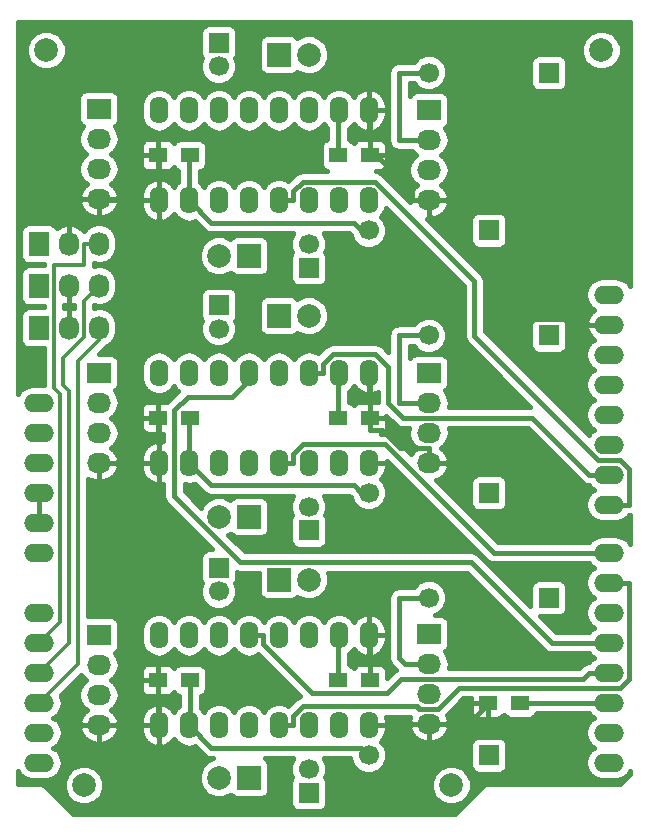
<source format=gbl>
G04 #@! TF.FileFunction,Copper,L2,Bot,Signal*
%FSLAX46Y46*%
G04 Gerber Fmt 4.6, Leading zero omitted, Abs format (unit mm)*
G04 Created by KiCad (PCBNEW 4.0.2+e4-6225~38~ubuntu16.04.1-stable) date Mo 27 Jun 2016 13:05:28 CEST*
%MOMM*%
G01*
G04 APERTURE LIST*
%ADD10C,0.100000*%
%ADD11O,2.540000X1.524000*%
%ADD12C,2.000000*%
%ADD13R,1.700000X1.700000*%
%ADD14C,1.700000*%
%ADD15C,1.699260*%
%ADD16R,1.699260X1.699260*%
%ADD17R,2.000000X2.000000*%
%ADD18O,1.600000X2.300000*%
%ADD19R,2.032000X1.727200*%
%ADD20O,2.032000X1.727200*%
%ADD21R,1.500000X1.300000*%
%ADD22R,1.727200X2.032000*%
%ADD23O,1.727200X2.032000*%
%ADD24C,0.400000*%
%ADD25C,0.300000*%
G04 APERTURE END LIST*
D10*
D11*
X83820000Y-130810000D03*
X83820000Y-128270000D03*
X83820000Y-125730000D03*
X83820000Y-118110000D03*
X83820000Y-120650000D03*
X83820000Y-123190000D03*
X83820000Y-113030000D03*
X83820000Y-110490000D03*
X83820000Y-107950000D03*
X83820000Y-102870000D03*
X83820000Y-100330000D03*
X132080000Y-130810000D03*
X132080000Y-128270000D03*
X132080000Y-125730000D03*
X132080000Y-123190000D03*
X132080000Y-120650000D03*
X132080000Y-118110000D03*
X132080000Y-115570000D03*
X132080000Y-113030000D03*
X132080000Y-108966000D03*
X132080000Y-106426000D03*
X132080000Y-103886000D03*
X132080000Y-101346000D03*
X132080000Y-98806000D03*
X132080000Y-96266000D03*
X132080000Y-93726000D03*
X132080000Y-91186000D03*
X83820000Y-105410000D03*
D12*
X131445000Y-70485000D03*
X118745000Y-132715000D03*
X84455000Y-70485000D03*
X87630000Y-132715000D03*
D13*
X99060000Y-114300000D03*
D14*
X99060000Y-116300000D03*
D13*
X99060000Y-92075000D03*
D14*
X99060000Y-94075000D03*
D13*
X106680000Y-133350000D03*
D14*
X106680000Y-131350000D03*
D13*
X106680000Y-111125000D03*
D14*
X106680000Y-109125000D03*
D13*
X99060000Y-69850000D03*
D14*
X99060000Y-71850000D03*
D13*
X106680000Y-88900000D03*
D14*
X106680000Y-86900000D03*
D15*
X111759480Y-130177540D03*
D16*
X121919480Y-130177540D03*
D15*
X111759480Y-107952540D03*
D16*
X121919480Y-107952540D03*
D15*
X111759480Y-85727540D03*
D16*
X121919480Y-85727540D03*
D15*
X116839480Y-116842540D03*
D16*
X126999480Y-116842540D03*
D15*
X116839480Y-94617540D03*
D16*
X126999480Y-94617540D03*
D15*
X116839480Y-72392540D03*
D16*
X126999480Y-72392540D03*
D17*
X101600000Y-132080000D03*
D12*
X99060000Y-132080000D03*
D17*
X101600000Y-109982000D03*
D12*
X99060000Y-109982000D03*
D17*
X101600000Y-87884000D03*
D12*
X99060000Y-87884000D03*
D17*
X104140000Y-70866000D03*
D12*
X106680000Y-70866000D03*
D18*
X93980000Y-127635000D03*
X96520000Y-127635000D03*
X99060000Y-127635000D03*
X101600000Y-127635000D03*
X104140000Y-127635000D03*
X106680000Y-127635000D03*
X109220000Y-127635000D03*
X111760000Y-127635000D03*
X111760000Y-120015000D03*
X109220000Y-120015000D03*
X106680000Y-120015000D03*
X104140000Y-120015000D03*
X101600000Y-120015000D03*
X99060000Y-120015000D03*
X96520000Y-120015000D03*
X93980000Y-120015000D03*
X93980000Y-105410000D03*
X96520000Y-105410000D03*
X99060000Y-105410000D03*
X101600000Y-105410000D03*
X104140000Y-105410000D03*
X106680000Y-105410000D03*
X109220000Y-105410000D03*
X111760000Y-105410000D03*
X111760000Y-97790000D03*
X109220000Y-97790000D03*
X106680000Y-97790000D03*
X104140000Y-97790000D03*
X101600000Y-97790000D03*
X99060000Y-97790000D03*
X96520000Y-97790000D03*
X93980000Y-97790000D03*
X93980000Y-83185000D03*
X96520000Y-83185000D03*
X99060000Y-83185000D03*
X101600000Y-83185000D03*
X104140000Y-83185000D03*
X106680000Y-83185000D03*
X109220000Y-83185000D03*
X111760000Y-83185000D03*
X111760000Y-75565000D03*
X109220000Y-75565000D03*
X106680000Y-75565000D03*
X104140000Y-75565000D03*
X101600000Y-75565000D03*
X99060000Y-75565000D03*
X96520000Y-75565000D03*
X93980000Y-75565000D03*
D19*
X88900000Y-120015000D03*
D20*
X88900000Y-122555000D03*
X88900000Y-125095000D03*
X88900000Y-127635000D03*
D19*
X88900000Y-97790000D03*
D20*
X88900000Y-100330000D03*
X88900000Y-102870000D03*
X88900000Y-105410000D03*
D19*
X88900000Y-75438000D03*
D20*
X88900000Y-77978000D03*
X88900000Y-80518000D03*
X88900000Y-83058000D03*
D19*
X116840000Y-119888000D03*
D20*
X116840000Y-122428000D03*
X116840000Y-124968000D03*
X116840000Y-127508000D03*
D19*
X116840000Y-97790000D03*
D20*
X116840000Y-100330000D03*
X116840000Y-102870000D03*
X116840000Y-105410000D03*
D19*
X116840000Y-75565000D03*
D20*
X116840000Y-78105000D03*
X116840000Y-80645000D03*
X116840000Y-83185000D03*
D21*
X124540000Y-125730000D03*
X121840000Y-125730000D03*
D17*
X104140000Y-115316000D03*
D12*
X106680000Y-115316000D03*
D17*
X104140000Y-92964000D03*
D12*
X106680000Y-92964000D03*
D21*
X96600000Y-101600000D03*
X93900000Y-101600000D03*
X96600000Y-79375000D03*
X93900000Y-79375000D03*
X96600000Y-123825000D03*
X93900000Y-123825000D03*
X109140000Y-123825000D03*
X111840000Y-123825000D03*
X109140000Y-101600000D03*
X111840000Y-101600000D03*
X109140000Y-79375000D03*
X111840000Y-79375000D03*
D22*
X83820000Y-86868000D03*
D23*
X86360000Y-86868000D03*
X88900000Y-86868000D03*
D22*
X83820000Y-90424000D03*
D23*
X86360000Y-90424000D03*
X88900000Y-90424000D03*
D22*
X83820000Y-93980000D03*
D23*
X86360000Y-93980000D03*
X88900000Y-93980000D03*
D24*
X96600000Y-127555000D02*
X96520000Y-127635000D01*
X96600000Y-123825000D02*
X96600000Y-127555000D01*
X111759000Y-130178000D02*
X111759000Y-130176000D01*
X98425000Y-129540000D02*
X96520000Y-127635000D01*
X111125000Y-129540000D02*
X98425000Y-129540000D01*
X111759000Y-130174000D02*
X111125000Y-129540000D01*
X111759000Y-130176000D02*
X111759000Y-130174000D01*
X111759500Y-130176500D02*
X111759500Y-130177500D01*
X111759000Y-130176000D02*
X111759500Y-130176500D01*
X124540000Y-125730000D02*
X132080000Y-125730000D01*
X96520000Y-101680000D02*
X96600000Y-101600000D01*
X96520000Y-105410000D02*
X96520000Y-101680000D01*
X98425000Y-107315000D02*
X96520000Y-105410000D01*
X110490000Y-107315000D02*
X98425000Y-107315000D01*
X111128000Y-107953000D02*
X110490000Y-107315000D01*
X111759000Y-107953000D02*
X111128000Y-107953000D01*
X111759000Y-107953000D02*
X111759500Y-107952500D01*
X96520000Y-79455000D02*
X96600000Y-79375000D01*
X96520000Y-83185000D02*
X96520000Y-79455000D01*
X98425000Y-85090000D02*
X96520000Y-83185000D01*
X110490000Y-85090000D02*
X98425000Y-85090000D01*
X111128000Y-85727500D02*
X110490000Y-85090000D01*
X111759000Y-85727500D02*
X111128000Y-85727500D01*
X111759000Y-85727500D02*
X111759500Y-85727500D01*
X109140000Y-120095000D02*
X109220000Y-120015000D01*
X109140000Y-123825000D02*
X109140000Y-120095000D01*
X114808000Y-122428000D02*
X116840000Y-122428000D01*
X114300000Y-121920000D02*
X114808000Y-122428000D01*
X114300000Y-116845000D02*
X114300000Y-121920000D01*
X114303000Y-116843000D02*
X114300000Y-116845000D01*
X116839000Y-116843000D02*
X114303000Y-116843000D01*
X116839000Y-116843000D02*
X116839500Y-116842500D01*
X109140000Y-97870000D02*
X109220000Y-97790000D01*
X109140000Y-101600000D02*
X109140000Y-97870000D01*
X114300000Y-100330000D02*
X116840000Y-100330000D01*
X114300000Y-94620100D02*
X114300000Y-100330000D01*
X114303000Y-94617500D02*
X114300000Y-94620100D01*
X116839000Y-94617500D02*
X114303000Y-94617500D01*
X116839000Y-94617500D02*
X116839500Y-94617500D01*
X109140000Y-75645000D02*
X109220000Y-75565000D01*
X109140000Y-79375000D02*
X109140000Y-75645000D01*
X114300000Y-78105000D02*
X116840000Y-78105000D01*
X114300000Y-72395100D02*
X114300000Y-78105000D01*
X114303000Y-72392500D02*
X114300000Y-72395100D01*
X116839000Y-72392500D02*
X114303000Y-72392500D01*
X116839000Y-72392500D02*
X116839500Y-72392500D01*
X125583700Y-101600000D02*
X130409700Y-106426000D01*
X114671500Y-101600000D02*
X125583700Y-101600000D01*
X113405400Y-100333900D02*
X114671500Y-101600000D01*
X113405400Y-97320700D02*
X113405400Y-100333900D01*
X112289600Y-96204900D02*
X113405400Y-97320700D01*
X108715200Y-96204900D02*
X112289600Y-96204900D01*
X107880300Y-97039800D02*
X108715200Y-96204900D01*
X107880300Y-97790000D02*
X107880300Y-97039800D01*
X106680000Y-97790000D02*
X107880300Y-97790000D01*
X132080000Y-106426000D02*
X130409700Y-106426000D01*
X129901700Y-123698000D02*
X130409700Y-123190000D01*
X114495300Y-123698000D02*
X129901700Y-123698000D01*
X113317900Y-124875400D02*
X114495300Y-123698000D01*
X106910500Y-124875400D02*
X113317900Y-124875400D01*
X102800300Y-120765200D02*
X106910500Y-124875400D01*
X102800300Y-120015000D02*
X102800300Y-120765200D01*
X101600000Y-120015000D02*
X102800300Y-120015000D01*
X132080000Y-123190000D02*
X130409700Y-123190000D01*
X120142000Y-127508000D02*
X116840000Y-127508000D01*
X121840000Y-125810000D02*
X120142000Y-127508000D01*
X121840000Y-125730000D02*
X121840000Y-125810000D01*
X91440000Y-105410000D02*
X91440000Y-115570000D01*
X91440000Y-115570000D02*
X91440000Y-127635000D01*
X91440000Y-105410000D02*
X91440000Y-83185000D01*
X93980000Y-101680000D02*
X93900000Y-101600000D01*
X93980000Y-105410000D02*
X93980000Y-101680000D01*
X93980000Y-79455000D02*
X93900000Y-79375000D01*
X93980000Y-83185000D02*
X93980000Y-79455000D01*
X93980000Y-127635000D02*
X91440000Y-127635000D01*
X91440000Y-127635000D02*
X88900000Y-127635000D01*
X93980000Y-105410000D02*
X91440000Y-105410000D01*
X91440000Y-105410000D02*
X88900000Y-105410000D01*
X93980000Y-83185000D02*
X91440000Y-83185000D01*
X89027000Y-83185000D02*
X88900000Y-83058000D01*
X91440000Y-83185000D02*
X89027000Y-83185000D01*
X111840000Y-97870000D02*
X111760000Y-97790000D01*
X111840000Y-101600000D02*
X111840000Y-97870000D01*
X93900000Y-127555000D02*
X93980000Y-127635000D01*
X93900000Y-123825000D02*
X93900000Y-127555000D01*
X112890300Y-102650300D02*
X111840000Y-102650300D01*
X114386100Y-104146100D02*
X112890300Y-102650300D01*
X116840000Y-104146100D02*
X114386100Y-104146100D01*
X116840000Y-105410000D02*
X116840000Y-104146100D01*
X111840000Y-120095000D02*
X111760000Y-120015000D01*
X111840000Y-123825000D02*
X111840000Y-120095000D01*
X111840000Y-101600000D02*
X111840000Y-102650300D01*
X132080000Y-93726000D02*
X130409700Y-93726000D01*
X129928200Y-93244500D02*
X130409700Y-93726000D01*
X125635600Y-93244500D02*
X129928200Y-93244500D01*
X116840000Y-84448900D02*
X125635600Y-93244500D01*
X116840000Y-83185000D02*
X116840000Y-84448900D01*
X111840000Y-79375000D02*
X111840000Y-78890000D01*
X111840000Y-75645000D02*
X111760000Y-75565000D01*
X111840000Y-78890000D02*
X111840000Y-75645000D01*
X115423700Y-82473700D02*
X115423700Y-83185000D01*
X111840000Y-78890000D02*
X115423700Y-82473700D01*
X116840000Y-83185000D02*
X115423700Y-83185000D01*
X101600000Y-97790000D02*
X101600000Y-98425000D01*
X127228900Y-120650000D02*
X132080000Y-120650000D01*
X120412200Y-113833300D02*
X127228900Y-120650000D01*
X100870100Y-113833300D02*
X120412200Y-113833300D01*
X95250000Y-108213200D02*
X100870100Y-113833300D01*
X95250000Y-100978200D02*
X95250000Y-108213200D01*
X96412200Y-99816000D02*
X95250000Y-100978200D01*
X100209000Y-99816000D02*
X96412200Y-99816000D01*
X101600000Y-98425000D02*
X100209000Y-99816000D01*
X101600000Y-75565000D02*
X101600000Y-76200000D01*
X133750300Y-123701100D02*
X133750300Y-115570000D01*
X132991400Y-124460000D02*
X133750300Y-123701100D01*
X119384500Y-124460000D02*
X132991400Y-124460000D01*
X117606500Y-126238000D02*
X119384500Y-124460000D01*
X116030200Y-126238000D02*
X117606500Y-126238000D01*
X115841000Y-126048800D02*
X116030200Y-126238000D01*
X106176300Y-126048800D02*
X115841000Y-126048800D01*
X105340300Y-126884800D02*
X106176300Y-126048800D01*
X105340300Y-127635000D02*
X105340300Y-126884800D01*
X104140000Y-127635000D02*
X105340300Y-127635000D01*
X132080000Y-115570000D02*
X133750300Y-115570000D01*
X122341500Y-113030000D02*
X132080000Y-113030000D01*
X113167900Y-103856400D02*
X122341500Y-113030000D01*
X106143700Y-103856400D02*
X113167900Y-103856400D01*
X105340300Y-104659800D02*
X106143700Y-103856400D01*
X105340300Y-105410000D02*
X105340300Y-104659800D01*
X104140000Y-105410000D02*
X105340300Y-105410000D01*
X133750300Y-105914900D02*
X133750300Y-108966000D01*
X132991400Y-105156000D02*
X133750300Y-105914900D01*
X131190700Y-105156000D02*
X132991400Y-105156000D01*
X120700300Y-94665600D02*
X131190700Y-105156000D01*
X120700300Y-90066300D02*
X120700300Y-94665600D01*
X112253900Y-81619900D02*
X120700300Y-90066300D01*
X106155200Y-81619900D02*
X112253900Y-81619900D01*
X105340300Y-82434800D02*
X106155200Y-81619900D01*
X105340300Y-83185000D02*
X105340300Y-82434800D01*
X104140000Y-83185000D02*
X105340300Y-83185000D01*
X132080000Y-108966000D02*
X133750300Y-108966000D01*
D25*
X85090000Y-95758000D02*
X85090000Y-88646000D01*
X83820000Y-120650000D02*
X85598000Y-118872000D01*
X85090000Y-95758000D02*
X85090000Y-99060000D01*
X85598000Y-99568000D02*
X85598000Y-100330000D01*
X85090000Y-99060000D02*
X85598000Y-99568000D01*
X85598000Y-100330000D02*
X85598000Y-118872000D01*
X87630000Y-86868000D02*
X88900000Y-86868000D01*
X87630000Y-88646000D02*
X87630000Y-86868000D01*
X85090000Y-88646000D02*
X87630000Y-88646000D01*
X87630000Y-92202000D02*
X87630000Y-91694000D01*
X87630000Y-92202000D02*
X87630000Y-94742000D01*
X85852000Y-96520000D02*
X85852000Y-98806000D01*
X85852000Y-98806000D02*
X86360000Y-99314000D01*
X86360000Y-99314000D02*
X86360000Y-120650000D01*
X83820000Y-123190000D02*
X86360000Y-120650000D01*
X87630000Y-94742000D02*
X85852000Y-96520000D01*
X87630000Y-91694000D02*
X88900000Y-90424000D01*
X88900000Y-93980000D02*
X88900000Y-94996000D01*
X87122000Y-122428000D02*
X83820000Y-125730000D01*
X87122000Y-96774000D02*
X87122000Y-122428000D01*
X88900000Y-94996000D02*
X87122000Y-96774000D01*
D24*
G36*
X133862000Y-90439591D02*
X133666198Y-90146553D01*
X133189296Y-89827897D01*
X132626751Y-89716000D01*
X131533249Y-89716000D01*
X130970704Y-89827897D01*
X130493802Y-90146553D01*
X130175146Y-90623455D01*
X130063249Y-91186000D01*
X130175146Y-91748545D01*
X130493802Y-92225447D01*
X130857889Y-92468722D01*
X130529018Y-92690089D01*
X130211984Y-93168075D01*
X130120889Y-93491104D01*
X130279010Y-93721000D01*
X132075000Y-93721000D01*
X132075000Y-93701000D01*
X132085000Y-93701000D01*
X132085000Y-93721000D01*
X132105000Y-93721000D01*
X132105000Y-93731000D01*
X132085000Y-93731000D01*
X132085000Y-93751000D01*
X132075000Y-93751000D01*
X132075000Y-93731000D01*
X130279010Y-93731000D01*
X130120889Y-93960896D01*
X130211984Y-94283925D01*
X130529018Y-94761911D01*
X130857889Y-94983278D01*
X130493802Y-95226553D01*
X130175146Y-95703455D01*
X130063249Y-96266000D01*
X130175146Y-96828545D01*
X130493802Y-97305447D01*
X130838849Y-97536000D01*
X130493802Y-97766553D01*
X130175146Y-98243455D01*
X130063249Y-98806000D01*
X130175146Y-99368545D01*
X130493802Y-99845447D01*
X130838849Y-100076000D01*
X130493802Y-100306553D01*
X130175146Y-100783455D01*
X130063249Y-101346000D01*
X130175146Y-101908545D01*
X130493802Y-102385447D01*
X130838849Y-102616000D01*
X130493802Y-102846553D01*
X130362246Y-103043440D01*
X121608300Y-94289494D01*
X121608300Y-93767910D01*
X125427980Y-93767910D01*
X125427980Y-95467170D01*
X125477348Y-95729539D01*
X125632408Y-95970509D01*
X125869002Y-96132167D01*
X126149850Y-96189040D01*
X127849110Y-96189040D01*
X128111479Y-96139672D01*
X128352449Y-95984612D01*
X128514107Y-95748018D01*
X128570980Y-95467170D01*
X128570980Y-93767910D01*
X128521612Y-93505541D01*
X128366552Y-93264571D01*
X128129958Y-93102913D01*
X127849110Y-93046040D01*
X126149850Y-93046040D01*
X125887481Y-93095408D01*
X125646511Y-93250468D01*
X125484853Y-93487062D01*
X125427980Y-93767910D01*
X121608300Y-93767910D01*
X121608300Y-90066300D01*
X121539183Y-89718823D01*
X121342353Y-89424247D01*
X116796016Y-84877910D01*
X120347980Y-84877910D01*
X120347980Y-86577170D01*
X120397348Y-86839539D01*
X120552408Y-87080509D01*
X120789002Y-87242167D01*
X121069850Y-87299040D01*
X122769110Y-87299040D01*
X123031479Y-87249672D01*
X123272449Y-87094612D01*
X123434107Y-86858018D01*
X123490980Y-86577170D01*
X123490980Y-84877910D01*
X123441612Y-84615541D01*
X123286552Y-84374571D01*
X123049958Y-84212913D01*
X122769110Y-84156040D01*
X121069850Y-84156040D01*
X120807481Y-84205408D01*
X120566511Y-84360468D01*
X120404853Y-84597062D01*
X120347980Y-84877910D01*
X116796016Y-84877910D01*
X116672705Y-84754599D01*
X116682600Y-84756600D01*
X116835000Y-84756600D01*
X116835000Y-83190000D01*
X116845000Y-83190000D01*
X116845000Y-84756600D01*
X116997400Y-84756600D01*
X117598445Y-84635056D01*
X118107225Y-84292754D01*
X118446283Y-83781806D01*
X118543861Y-83435790D01*
X118386991Y-83190000D01*
X116845000Y-83190000D01*
X116835000Y-83190000D01*
X115293009Y-83190000D01*
X115220974Y-83302868D01*
X112895953Y-80977847D01*
X112601377Y-80781017D01*
X112359978Y-80733000D01*
X112730830Y-80733000D01*
X112991050Y-80625213D01*
X113190213Y-80426050D01*
X113298000Y-80165830D01*
X113298000Y-79557000D01*
X113121000Y-79380000D01*
X111845000Y-79380000D01*
X111845000Y-79400000D01*
X111835000Y-79400000D01*
X111835000Y-79380000D01*
X111815000Y-79380000D01*
X111815000Y-79370000D01*
X111835000Y-79370000D01*
X111835000Y-78194000D01*
X111845000Y-78194000D01*
X111845000Y-79370000D01*
X113121000Y-79370000D01*
X113298000Y-79193000D01*
X113298000Y-78584170D01*
X113190213Y-78323950D01*
X112991050Y-78124787D01*
X112730830Y-78017000D01*
X112022000Y-78017000D01*
X111845000Y-78194000D01*
X111835000Y-78194000D01*
X111658000Y-78017000D01*
X110949170Y-78017000D01*
X110688950Y-78124787D01*
X110489787Y-78323950D01*
X110483316Y-78339572D01*
X110407442Y-78221661D01*
X110170848Y-78060003D01*
X110048000Y-78035126D01*
X110048000Y-77176955D01*
X110286317Y-77017717D01*
X110502050Y-76694849D01*
X110697218Y-76984853D01*
X111187532Y-77310124D01*
X111519160Y-77403644D01*
X111755000Y-77245991D01*
X111755000Y-75570000D01*
X111765000Y-75570000D01*
X111765000Y-77245991D01*
X112000840Y-77403644D01*
X112332468Y-77310124D01*
X112822782Y-76984853D01*
X113151297Y-76496706D01*
X113268000Y-75920000D01*
X113268000Y-75570000D01*
X111765000Y-75570000D01*
X111755000Y-75570000D01*
X111735000Y-75570000D01*
X111735000Y-75560000D01*
X111755000Y-75560000D01*
X111755000Y-73884009D01*
X111765000Y-73884009D01*
X111765000Y-75560000D01*
X113268000Y-75560000D01*
X113268000Y-75210000D01*
X113151297Y-74633294D01*
X112822782Y-74145147D01*
X112332468Y-73819876D01*
X112000840Y-73726356D01*
X111765000Y-73884009D01*
X111755000Y-73884009D01*
X111519160Y-73726356D01*
X111187532Y-73819876D01*
X110697218Y-74145147D01*
X110502050Y-74435151D01*
X110286317Y-74112283D01*
X109797087Y-73785390D01*
X109220000Y-73670600D01*
X108642913Y-73785390D01*
X108153683Y-74112283D01*
X107950000Y-74417116D01*
X107746317Y-74112283D01*
X107257087Y-73785390D01*
X106680000Y-73670600D01*
X106102913Y-73785390D01*
X105613683Y-74112283D01*
X105410000Y-74417116D01*
X105206317Y-74112283D01*
X104717087Y-73785390D01*
X104140000Y-73670600D01*
X103562913Y-73785390D01*
X103073683Y-74112283D01*
X102870000Y-74417116D01*
X102666317Y-74112283D01*
X102177087Y-73785390D01*
X101600000Y-73670600D01*
X101022913Y-73785390D01*
X100533683Y-74112283D01*
X100330000Y-74417116D01*
X100126317Y-74112283D01*
X99637087Y-73785390D01*
X99060000Y-73670600D01*
X98482913Y-73785390D01*
X97993683Y-74112283D01*
X97790000Y-74417116D01*
X97586317Y-74112283D01*
X97097087Y-73785390D01*
X96520000Y-73670600D01*
X95942913Y-73785390D01*
X95453683Y-74112283D01*
X95250000Y-74417116D01*
X95046317Y-74112283D01*
X94557087Y-73785390D01*
X93980000Y-73670600D01*
X93402913Y-73785390D01*
X92913683Y-74112283D01*
X92586790Y-74601513D01*
X92472000Y-75178600D01*
X92472000Y-75951400D01*
X92586790Y-76528487D01*
X92913683Y-77017717D01*
X93402913Y-77344610D01*
X93980000Y-77459400D01*
X94557087Y-77344610D01*
X95046317Y-77017717D01*
X95250000Y-76712884D01*
X95453683Y-77017717D01*
X95942913Y-77344610D01*
X96520000Y-77459400D01*
X97097087Y-77344610D01*
X97586317Y-77017717D01*
X97790000Y-76712884D01*
X97993683Y-77017717D01*
X98482913Y-77344610D01*
X99060000Y-77459400D01*
X99637087Y-77344610D01*
X100126317Y-77017717D01*
X100330000Y-76712884D01*
X100533683Y-77017717D01*
X101022913Y-77344610D01*
X101600000Y-77459400D01*
X102177087Y-77344610D01*
X102666317Y-77017717D01*
X102870000Y-76712884D01*
X103073683Y-77017717D01*
X103562913Y-77344610D01*
X104140000Y-77459400D01*
X104717087Y-77344610D01*
X105206317Y-77017717D01*
X105410000Y-76712884D01*
X105613683Y-77017717D01*
X106102913Y-77344610D01*
X106680000Y-77459400D01*
X107257087Y-77344610D01*
X107746317Y-77017717D01*
X107950000Y-76712884D01*
X108153683Y-77017717D01*
X108232000Y-77070047D01*
X108232000Y-78032860D01*
X108127631Y-78052498D01*
X107886661Y-78207558D01*
X107725003Y-78444152D01*
X107668130Y-78725000D01*
X107668130Y-80025000D01*
X107717498Y-80287369D01*
X107872558Y-80528339D01*
X108109152Y-80689997D01*
X108217313Y-80711900D01*
X106155200Y-80711900D01*
X105807723Y-80781017D01*
X105513147Y-80977847D01*
X104937997Y-81552997D01*
X104717087Y-81405390D01*
X104140000Y-81290600D01*
X103562913Y-81405390D01*
X103073683Y-81732283D01*
X102870000Y-82037116D01*
X102666317Y-81732283D01*
X102177087Y-81405390D01*
X101600000Y-81290600D01*
X101022913Y-81405390D01*
X100533683Y-81732283D01*
X100330000Y-82037116D01*
X100126317Y-81732283D01*
X99637087Y-81405390D01*
X99060000Y-81290600D01*
X98482913Y-81405390D01*
X97993683Y-81732283D01*
X97790000Y-82037116D01*
X97586317Y-81732283D01*
X97428000Y-81626499D01*
X97428000Y-80732193D01*
X97612369Y-80697502D01*
X97853339Y-80542442D01*
X98014997Y-80305848D01*
X98071870Y-80025000D01*
X98071870Y-78725000D01*
X98022502Y-78462631D01*
X97867442Y-78221661D01*
X97630848Y-78060003D01*
X97350000Y-78003130D01*
X95850000Y-78003130D01*
X95587631Y-78052498D01*
X95346661Y-78207558D01*
X95256599Y-78339368D01*
X95250213Y-78323950D01*
X95051050Y-78124787D01*
X94790830Y-78017000D01*
X94082000Y-78017000D01*
X93905000Y-78194000D01*
X93905000Y-79370000D01*
X93925000Y-79370000D01*
X93925000Y-79380000D01*
X93905000Y-79380000D01*
X93905000Y-80556000D01*
X94082000Y-80733000D01*
X94790830Y-80733000D01*
X95051050Y-80625213D01*
X95250213Y-80426050D01*
X95256684Y-80410428D01*
X95332558Y-80528339D01*
X95569152Y-80689997D01*
X95612000Y-80698674D01*
X95612000Y-81626499D01*
X95453683Y-81732283D01*
X95237950Y-82055151D01*
X95042782Y-81765147D01*
X94552468Y-81439876D01*
X94220840Y-81346356D01*
X93985000Y-81504009D01*
X93985000Y-83180000D01*
X94005000Y-83180000D01*
X94005000Y-83190000D01*
X93985000Y-83190000D01*
X93985000Y-84865991D01*
X94220840Y-85023644D01*
X94552468Y-84930124D01*
X95042782Y-84604853D01*
X95237950Y-84314849D01*
X95453683Y-84637717D01*
X95942913Y-84964610D01*
X96520000Y-85079400D01*
X97029040Y-84978146D01*
X97782947Y-85732053D01*
X98077523Y-85928883D01*
X98425000Y-85998000D01*
X105378306Y-85998000D01*
X105359962Y-86016312D01*
X105122271Y-86588735D01*
X105121730Y-87208546D01*
X105282385Y-87597359D01*
X105165003Y-87769152D01*
X105108130Y-88050000D01*
X105108130Y-89750000D01*
X105157498Y-90012369D01*
X105312558Y-90253339D01*
X105549152Y-90414997D01*
X105830000Y-90471870D01*
X107530000Y-90471870D01*
X107792369Y-90422502D01*
X108033339Y-90267442D01*
X108194997Y-90030848D01*
X108251870Y-89750000D01*
X108251870Y-88050000D01*
X108202502Y-87787631D01*
X108078451Y-87594850D01*
X108237729Y-87211265D01*
X108238270Y-86591454D01*
X108001578Y-86018617D01*
X107980997Y-85998000D01*
X110114102Y-85998000D01*
X110236342Y-86120144D01*
X110438215Y-86608714D01*
X110876001Y-87047265D01*
X111448289Y-87284899D01*
X112067953Y-87285440D01*
X112640654Y-87048805D01*
X113079205Y-86611019D01*
X113316839Y-86038731D01*
X113317380Y-85419067D01*
X113080745Y-84846366D01*
X112829576Y-84594758D01*
X113151297Y-84116706D01*
X113204364Y-83854470D01*
X119792300Y-90442406D01*
X119792300Y-94665600D01*
X119861417Y-95013077D01*
X120058247Y-95307653D01*
X125442594Y-100692000D01*
X118525769Y-100692000D01*
X118597775Y-100330000D01*
X118478144Y-99728575D01*
X118181903Y-99285219D01*
X118359339Y-99171042D01*
X118520997Y-98934448D01*
X118577870Y-98653600D01*
X118577870Y-96926400D01*
X118528502Y-96664031D01*
X118373442Y-96423061D01*
X118136848Y-96261403D01*
X117856000Y-96204530D01*
X115824000Y-96204530D01*
X115561631Y-96253898D01*
X115320661Y-96408958D01*
X115208000Y-96573843D01*
X115208000Y-95525500D01*
X115544954Y-95525500D01*
X115956001Y-95937265D01*
X116528289Y-96174899D01*
X117147953Y-96175440D01*
X117720654Y-95938805D01*
X118159205Y-95501019D01*
X118396839Y-94928731D01*
X118397380Y-94309067D01*
X118160745Y-93736366D01*
X117722959Y-93297815D01*
X117150671Y-93060181D01*
X116531007Y-93059640D01*
X115958306Y-93296275D01*
X115544359Y-93709500D01*
X114303000Y-93709500D01*
X114160421Y-93737861D01*
X114016175Y-93755992D01*
X113987683Y-93772220D01*
X113955523Y-93778617D01*
X113834646Y-93859385D01*
X113708323Y-93931334D01*
X113705323Y-93933934D01*
X113686171Y-93958593D01*
X113660947Y-93975447D01*
X113660228Y-93976523D01*
X113657947Y-93978047D01*
X113577181Y-94098922D01*
X113488005Y-94213739D01*
X113479333Y-94245361D01*
X113461117Y-94272623D01*
X113432756Y-94415203D01*
X113394307Y-94555408D01*
X113398396Y-94587942D01*
X113392000Y-94620100D01*
X113392000Y-96023194D01*
X112931653Y-95562847D01*
X112637077Y-95366017D01*
X112289600Y-95296900D01*
X108715200Y-95296900D01*
X108367723Y-95366017D01*
X108169129Y-95498714D01*
X108073147Y-95562847D01*
X107477997Y-96157997D01*
X107257087Y-96010390D01*
X106680000Y-95895600D01*
X106102913Y-96010390D01*
X105613683Y-96337283D01*
X105410000Y-96642116D01*
X105206317Y-96337283D01*
X104717087Y-96010390D01*
X104140000Y-95895600D01*
X103562913Y-96010390D01*
X103073683Y-96337283D01*
X102870000Y-96642116D01*
X102666317Y-96337283D01*
X102177087Y-96010390D01*
X101600000Y-95895600D01*
X101022913Y-96010390D01*
X100533683Y-96337283D01*
X100330000Y-96642116D01*
X100126317Y-96337283D01*
X99637087Y-96010390D01*
X99060000Y-95895600D01*
X98482913Y-96010390D01*
X97993683Y-96337283D01*
X97790000Y-96642116D01*
X97586317Y-96337283D01*
X97097087Y-96010390D01*
X96520000Y-95895600D01*
X95942913Y-96010390D01*
X95453683Y-96337283D01*
X95250000Y-96642116D01*
X95046317Y-96337283D01*
X94557087Y-96010390D01*
X93980000Y-95895600D01*
X93402913Y-96010390D01*
X92913683Y-96337283D01*
X92586790Y-96826513D01*
X92472000Y-97403600D01*
X92472000Y-98176400D01*
X92586790Y-98753487D01*
X92913683Y-99242717D01*
X93402913Y-99569610D01*
X93980000Y-99684400D01*
X94557087Y-99569610D01*
X95046317Y-99242717D01*
X95250000Y-98937884D01*
X95453683Y-99242717D01*
X95602165Y-99341929D01*
X94702094Y-100242000D01*
X94082000Y-100242000D01*
X93905000Y-100419000D01*
X93905000Y-101595000D01*
X93925000Y-101595000D01*
X93925000Y-101605000D01*
X93905000Y-101605000D01*
X93905000Y-102781000D01*
X94082000Y-102958000D01*
X94342000Y-102958000D01*
X94342000Y-103605523D01*
X94220840Y-103571356D01*
X93985000Y-103729009D01*
X93985000Y-105405000D01*
X94005000Y-105405000D01*
X94005000Y-105415000D01*
X93985000Y-105415000D01*
X93985000Y-107090991D01*
X94220840Y-107248644D01*
X94342000Y-107214477D01*
X94342000Y-108213200D01*
X94411117Y-108560677D01*
X94607947Y-108855253D01*
X98480824Y-112728130D01*
X98210000Y-112728130D01*
X97947631Y-112777498D01*
X97706661Y-112932558D01*
X97545003Y-113169152D01*
X97488130Y-113450000D01*
X97488130Y-115150000D01*
X97537498Y-115412369D01*
X97661549Y-115605150D01*
X97502271Y-115988735D01*
X97501730Y-116608546D01*
X97738422Y-117181383D01*
X98176312Y-117620038D01*
X98748735Y-117857729D01*
X99368546Y-117858270D01*
X99941383Y-117621578D01*
X100380038Y-117183688D01*
X100617729Y-116611265D01*
X100618270Y-115991454D01*
X100457615Y-115602641D01*
X100574997Y-115430848D01*
X100631870Y-115150000D01*
X100631870Y-114693913D01*
X100870100Y-114741300D01*
X102418130Y-114741300D01*
X102418130Y-116316000D01*
X102467498Y-116578369D01*
X102622558Y-116819339D01*
X102859152Y-116980997D01*
X103140000Y-117037870D01*
X105140000Y-117037870D01*
X105402369Y-116988502D01*
X105643339Y-116833442D01*
X105699448Y-116751324D01*
X105711232Y-116763128D01*
X106338767Y-117023703D01*
X107018252Y-117024296D01*
X107646240Y-116764816D01*
X108127128Y-116284768D01*
X108387703Y-115657233D01*
X108388296Y-114977748D01*
X108290597Y-114741300D01*
X120036094Y-114741300D01*
X126586847Y-121292053D01*
X126881423Y-121488883D01*
X127228900Y-121558000D01*
X130405972Y-121558000D01*
X130493802Y-121689447D01*
X130838849Y-121920000D01*
X130493802Y-122150553D01*
X130405400Y-122282855D01*
X130062223Y-122351117D01*
X129767647Y-122547947D01*
X129525594Y-122790000D01*
X118525769Y-122790000D01*
X118597775Y-122428000D01*
X118478144Y-121826575D01*
X118181903Y-121383219D01*
X118359339Y-121269042D01*
X118520997Y-121032448D01*
X118577870Y-120751600D01*
X118577870Y-119024400D01*
X118528502Y-118762031D01*
X118373442Y-118521061D01*
X118136848Y-118359403D01*
X117856000Y-118302530D01*
X117384914Y-118302530D01*
X117720654Y-118163805D01*
X118159205Y-117726019D01*
X118396839Y-117153731D01*
X118397380Y-116534067D01*
X118160745Y-115961366D01*
X117722959Y-115522815D01*
X117150671Y-115285181D01*
X116531007Y-115284640D01*
X115958306Y-115521275D01*
X115543858Y-115935000D01*
X114303000Y-115935000D01*
X114215754Y-115952354D01*
X114126790Y-115952261D01*
X114043695Y-115986579D01*
X113955523Y-116004117D01*
X113952533Y-116006115D01*
X113952523Y-116006117D01*
X113881537Y-116053548D01*
X113799333Y-116087498D01*
X113796332Y-116089498D01*
X113732696Y-116153001D01*
X113657947Y-116202947D01*
X113608524Y-116276914D01*
X113545553Y-116339753D01*
X113511063Y-116422773D01*
X113461117Y-116497523D01*
X113443761Y-116584776D01*
X113409633Y-116666927D01*
X113409539Y-116756826D01*
X113392000Y-116845000D01*
X113392000Y-121920000D01*
X113461117Y-122267477D01*
X113657947Y-122562053D01*
X114032241Y-122936347D01*
X113853247Y-123055947D01*
X113298000Y-123611194D01*
X113298000Y-123034170D01*
X113190213Y-122773950D01*
X112991050Y-122574787D01*
X112730830Y-122467000D01*
X112022000Y-122467000D01*
X111845000Y-122644000D01*
X111845000Y-123820000D01*
X111865000Y-123820000D01*
X111865000Y-123830000D01*
X111845000Y-123830000D01*
X111845000Y-123850000D01*
X111835000Y-123850000D01*
X111835000Y-123830000D01*
X111815000Y-123830000D01*
X111815000Y-123820000D01*
X111835000Y-123820000D01*
X111835000Y-122644000D01*
X111658000Y-122467000D01*
X110949170Y-122467000D01*
X110688950Y-122574787D01*
X110489787Y-122773950D01*
X110483316Y-122789572D01*
X110407442Y-122671661D01*
X110170848Y-122510003D01*
X110048000Y-122485126D01*
X110048000Y-121626955D01*
X110286317Y-121467717D01*
X110502050Y-121144849D01*
X110697218Y-121434853D01*
X111187532Y-121760124D01*
X111519160Y-121853644D01*
X111755000Y-121695991D01*
X111755000Y-120020000D01*
X111765000Y-120020000D01*
X111765000Y-121695991D01*
X112000840Y-121853644D01*
X112332468Y-121760124D01*
X112822782Y-121434853D01*
X113151297Y-120946706D01*
X113268000Y-120370000D01*
X113268000Y-120020000D01*
X111765000Y-120020000D01*
X111755000Y-120020000D01*
X111735000Y-120020000D01*
X111735000Y-120010000D01*
X111755000Y-120010000D01*
X111755000Y-118334009D01*
X111765000Y-118334009D01*
X111765000Y-120010000D01*
X113268000Y-120010000D01*
X113268000Y-119660000D01*
X113151297Y-119083294D01*
X112822782Y-118595147D01*
X112332468Y-118269876D01*
X112000840Y-118176356D01*
X111765000Y-118334009D01*
X111755000Y-118334009D01*
X111519160Y-118176356D01*
X111187532Y-118269876D01*
X110697218Y-118595147D01*
X110502050Y-118885151D01*
X110286317Y-118562283D01*
X109797087Y-118235390D01*
X109220000Y-118120600D01*
X108642913Y-118235390D01*
X108153683Y-118562283D01*
X107950000Y-118867116D01*
X107746317Y-118562283D01*
X107257087Y-118235390D01*
X106680000Y-118120600D01*
X106102913Y-118235390D01*
X105613683Y-118562283D01*
X105410000Y-118867116D01*
X105206317Y-118562283D01*
X104717087Y-118235390D01*
X104140000Y-118120600D01*
X103562913Y-118235390D01*
X103073683Y-118562283D01*
X102870000Y-118867116D01*
X102666317Y-118562283D01*
X102177087Y-118235390D01*
X101600000Y-118120600D01*
X101022913Y-118235390D01*
X100533683Y-118562283D01*
X100330000Y-118867116D01*
X100126317Y-118562283D01*
X99637087Y-118235390D01*
X99060000Y-118120600D01*
X98482913Y-118235390D01*
X97993683Y-118562283D01*
X97790000Y-118867116D01*
X97586317Y-118562283D01*
X97097087Y-118235390D01*
X96520000Y-118120600D01*
X95942913Y-118235390D01*
X95453683Y-118562283D01*
X95250000Y-118867116D01*
X95046317Y-118562283D01*
X94557087Y-118235390D01*
X93980000Y-118120600D01*
X93402913Y-118235390D01*
X92913683Y-118562283D01*
X92586790Y-119051513D01*
X92472000Y-119628600D01*
X92472000Y-120401400D01*
X92586790Y-120978487D01*
X92913683Y-121467717D01*
X93402913Y-121794610D01*
X93980000Y-121909400D01*
X94557087Y-121794610D01*
X95046317Y-121467717D01*
X95250000Y-121162884D01*
X95453683Y-121467717D01*
X95942913Y-121794610D01*
X96520000Y-121909400D01*
X97097087Y-121794610D01*
X97586317Y-121467717D01*
X97790000Y-121162884D01*
X97993683Y-121467717D01*
X98482913Y-121794610D01*
X99060000Y-121909400D01*
X99637087Y-121794610D01*
X100126317Y-121467717D01*
X100330000Y-121162884D01*
X100533683Y-121467717D01*
X101022913Y-121794610D01*
X101600000Y-121909400D01*
X102177087Y-121794610D01*
X102397997Y-121647003D01*
X105938996Y-125188002D01*
X105828824Y-125209916D01*
X105534247Y-125406747D01*
X104937997Y-126002997D01*
X104717087Y-125855390D01*
X104140000Y-125740600D01*
X103562913Y-125855390D01*
X103073683Y-126182283D01*
X102870000Y-126487116D01*
X102666317Y-126182283D01*
X102177087Y-125855390D01*
X101600000Y-125740600D01*
X101022913Y-125855390D01*
X100533683Y-126182283D01*
X100330000Y-126487116D01*
X100126317Y-126182283D01*
X99637087Y-125855390D01*
X99060000Y-125740600D01*
X98482913Y-125855390D01*
X97993683Y-126182283D01*
X97790000Y-126487116D01*
X97586317Y-126182283D01*
X97508000Y-126129953D01*
X97508000Y-125167140D01*
X97612369Y-125147502D01*
X97853339Y-124992442D01*
X98014997Y-124755848D01*
X98071870Y-124475000D01*
X98071870Y-123175000D01*
X98022502Y-122912631D01*
X97867442Y-122671661D01*
X97630848Y-122510003D01*
X97350000Y-122453130D01*
X95850000Y-122453130D01*
X95587631Y-122502498D01*
X95346661Y-122657558D01*
X95256599Y-122789368D01*
X95250213Y-122773950D01*
X95051050Y-122574787D01*
X94790830Y-122467000D01*
X94082000Y-122467000D01*
X93905000Y-122644000D01*
X93905000Y-123820000D01*
X93925000Y-123820000D01*
X93925000Y-123830000D01*
X93905000Y-123830000D01*
X93905000Y-125006000D01*
X94082000Y-125183000D01*
X94790830Y-125183000D01*
X95051050Y-125075213D01*
X95250213Y-124876050D01*
X95256684Y-124860428D01*
X95332558Y-124978339D01*
X95569152Y-125139997D01*
X95692000Y-125164874D01*
X95692000Y-126023045D01*
X95453683Y-126182283D01*
X95237950Y-126505151D01*
X95042782Y-126215147D01*
X94552468Y-125889876D01*
X94220840Y-125796356D01*
X93985000Y-125954009D01*
X93985000Y-127630000D01*
X94005000Y-127630000D01*
X94005000Y-127640000D01*
X93985000Y-127640000D01*
X93985000Y-129315991D01*
X94220840Y-129473644D01*
X94552468Y-129380124D01*
X95042782Y-129054853D01*
X95237950Y-128764849D01*
X95453683Y-129087717D01*
X95942913Y-129414610D01*
X96520000Y-129529400D01*
X97029040Y-129428146D01*
X97782947Y-130182053D01*
X98077523Y-130378883D01*
X98425000Y-130448000D01*
X98537098Y-130448000D01*
X98093760Y-130631184D01*
X97612872Y-131111232D01*
X97352297Y-131738767D01*
X97351704Y-132418252D01*
X97611184Y-133046240D01*
X98091232Y-133527128D01*
X98718767Y-133787703D01*
X99398252Y-133788296D01*
X100026240Y-133528816D01*
X100039169Y-133515910D01*
X100082558Y-133583339D01*
X100319152Y-133744997D01*
X100600000Y-133801870D01*
X102600000Y-133801870D01*
X102862369Y-133752502D01*
X103103339Y-133597442D01*
X103264997Y-133360848D01*
X103321870Y-133080000D01*
X103321870Y-131080000D01*
X103272502Y-130817631D01*
X103117442Y-130576661D01*
X102929141Y-130448000D01*
X105378306Y-130448000D01*
X105359962Y-130466312D01*
X105122271Y-131038735D01*
X105121730Y-131658546D01*
X105282385Y-132047359D01*
X105165003Y-132219152D01*
X105108130Y-132500000D01*
X105108130Y-134200000D01*
X105157498Y-134462369D01*
X105312558Y-134703339D01*
X105549152Y-134864997D01*
X105830000Y-134921870D01*
X107530000Y-134921870D01*
X107792369Y-134872502D01*
X108033339Y-134717442D01*
X108194997Y-134480848D01*
X108251870Y-134200000D01*
X108251870Y-133053252D01*
X117036704Y-133053252D01*
X117296184Y-133681240D01*
X117776232Y-134162128D01*
X118403767Y-134422703D01*
X119083252Y-134423296D01*
X119711240Y-134163816D01*
X120192128Y-133683768D01*
X120452703Y-133056233D01*
X120453296Y-132376748D01*
X120193816Y-131748760D01*
X119713768Y-131267872D01*
X119086233Y-131007297D01*
X118406748Y-131006704D01*
X117778760Y-131266184D01*
X117297872Y-131746232D01*
X117037297Y-132373767D01*
X117036704Y-133053252D01*
X108251870Y-133053252D01*
X108251870Y-132500000D01*
X108202502Y-132237631D01*
X108078451Y-132044850D01*
X108237729Y-131661265D01*
X108238270Y-131041454D01*
X108001578Y-130468617D01*
X107980997Y-130448000D01*
X110201613Y-130448000D01*
X110201580Y-130486013D01*
X110438215Y-131058714D01*
X110876001Y-131497265D01*
X111448289Y-131734899D01*
X112067953Y-131735440D01*
X112640654Y-131498805D01*
X113079205Y-131061019D01*
X113316839Y-130488731D01*
X113317380Y-129869067D01*
X113093779Y-129327910D01*
X120347980Y-129327910D01*
X120347980Y-131027170D01*
X120397348Y-131289539D01*
X120552408Y-131530509D01*
X120789002Y-131692167D01*
X121069850Y-131749040D01*
X122769110Y-131749040D01*
X123031479Y-131699672D01*
X123272449Y-131544612D01*
X123434107Y-131308018D01*
X123490980Y-131027170D01*
X123490980Y-129327910D01*
X123441612Y-129065541D01*
X123286552Y-128824571D01*
X123049958Y-128662913D01*
X122769110Y-128606040D01*
X121069850Y-128606040D01*
X120807481Y-128655408D01*
X120566511Y-128810468D01*
X120404853Y-129047062D01*
X120347980Y-129327910D01*
X113093779Y-129327910D01*
X113080745Y-129296366D01*
X112829576Y-129044758D01*
X113151297Y-128566706D01*
X113268000Y-127990000D01*
X113268000Y-127758790D01*
X115136139Y-127758790D01*
X115233717Y-128104806D01*
X115572775Y-128615754D01*
X116081555Y-128958056D01*
X116682600Y-129079600D01*
X116835000Y-129079600D01*
X116835000Y-127513000D01*
X116845000Y-127513000D01*
X116845000Y-129079600D01*
X116997400Y-129079600D01*
X117598445Y-128958056D01*
X118107225Y-128615754D01*
X118446283Y-128104806D01*
X118543861Y-127758790D01*
X118386991Y-127513000D01*
X116845000Y-127513000D01*
X116835000Y-127513000D01*
X115293009Y-127513000D01*
X115136139Y-127758790D01*
X113268000Y-127758790D01*
X113268000Y-127640000D01*
X111765000Y-127640000D01*
X111765000Y-127660000D01*
X111755000Y-127660000D01*
X111755000Y-127640000D01*
X111735000Y-127640000D01*
X111735000Y-127630000D01*
X111755000Y-127630000D01*
X111755000Y-127610000D01*
X111765000Y-127610000D01*
X111765000Y-127630000D01*
X113268000Y-127630000D01*
X113268000Y-127280000D01*
X113202597Y-126956800D01*
X115220856Y-126956800D01*
X115136139Y-127257210D01*
X115293009Y-127503000D01*
X116835000Y-127503000D01*
X116835000Y-127483000D01*
X116845000Y-127483000D01*
X116845000Y-127503000D01*
X118386991Y-127503000D01*
X118543861Y-127257210D01*
X118446283Y-126911194D01*
X118354989Y-126773617D01*
X119216606Y-125912000D01*
X120382000Y-125912000D01*
X120382000Y-126520830D01*
X120489787Y-126781050D01*
X120688950Y-126980213D01*
X120949170Y-127088000D01*
X121658000Y-127088000D01*
X121835000Y-126911000D01*
X121835000Y-125735000D01*
X120559000Y-125735000D01*
X120382000Y-125912000D01*
X119216606Y-125912000D01*
X119760606Y-125368000D01*
X120382000Y-125368000D01*
X120382000Y-125548000D01*
X120559000Y-125725000D01*
X121835000Y-125725000D01*
X121835000Y-125705000D01*
X121845000Y-125705000D01*
X121845000Y-125725000D01*
X121865000Y-125725000D01*
X121865000Y-125735000D01*
X121845000Y-125735000D01*
X121845000Y-126911000D01*
X122022000Y-127088000D01*
X122730830Y-127088000D01*
X122991050Y-126980213D01*
X123190213Y-126781050D01*
X123196684Y-126765428D01*
X123272558Y-126883339D01*
X123509152Y-127044997D01*
X123790000Y-127101870D01*
X125290000Y-127101870D01*
X125552369Y-127052502D01*
X125793339Y-126897442D01*
X125954997Y-126660848D01*
X125959624Y-126638000D01*
X130405972Y-126638000D01*
X130493802Y-126769447D01*
X130838849Y-127000000D01*
X130493802Y-127230553D01*
X130175146Y-127707455D01*
X130063249Y-128270000D01*
X130175146Y-128832545D01*
X130493802Y-129309447D01*
X130838849Y-129540000D01*
X130493802Y-129770553D01*
X130175146Y-130247455D01*
X130063249Y-130810000D01*
X130175146Y-131372545D01*
X130493802Y-131849447D01*
X130970704Y-132168103D01*
X131533249Y-132280000D01*
X132626751Y-132280000D01*
X133189296Y-132168103D01*
X133666198Y-131849447D01*
X133862000Y-131556409D01*
X133862000Y-131766026D01*
X133036026Y-132592000D01*
X121920000Y-132592000D01*
X121629925Y-132649699D01*
X121384013Y-132814013D01*
X119066026Y-135132000D01*
X86673974Y-135132000D01*
X84595226Y-133053252D01*
X85921704Y-133053252D01*
X86181184Y-133681240D01*
X86661232Y-134162128D01*
X87288767Y-134422703D01*
X87968252Y-134423296D01*
X88596240Y-134163816D01*
X89077128Y-133683768D01*
X89337703Y-133056233D01*
X89338296Y-132376748D01*
X89078816Y-131748760D01*
X88598768Y-131267872D01*
X87971233Y-131007297D01*
X87291748Y-131006704D01*
X86663760Y-131266184D01*
X86182872Y-131746232D01*
X85922297Y-132373767D01*
X85921704Y-133053252D01*
X84595226Y-133053252D01*
X84355987Y-132814013D01*
X84110074Y-132649699D01*
X83820000Y-132592000D01*
X82038000Y-132592000D01*
X82038000Y-131556409D01*
X82233802Y-131849447D01*
X82710704Y-132168103D01*
X83273249Y-132280000D01*
X84366751Y-132280000D01*
X84929296Y-132168103D01*
X85406198Y-131849447D01*
X85724854Y-131372545D01*
X85836751Y-130810000D01*
X85724854Y-130247455D01*
X85406198Y-129770553D01*
X85061151Y-129540000D01*
X85406198Y-129309447D01*
X85724854Y-128832545D01*
X85836751Y-128270000D01*
X85760327Y-127885790D01*
X87196139Y-127885790D01*
X87293717Y-128231806D01*
X87632775Y-128742754D01*
X88141555Y-129085056D01*
X88742600Y-129206600D01*
X88895000Y-129206600D01*
X88895000Y-127640000D01*
X88905000Y-127640000D01*
X88905000Y-129206600D01*
X89057400Y-129206600D01*
X89658445Y-129085056D01*
X90167225Y-128742754D01*
X90506283Y-128231806D01*
X90603861Y-127885790D01*
X90446991Y-127640000D01*
X92472000Y-127640000D01*
X92472000Y-127990000D01*
X92588703Y-128566706D01*
X92917218Y-129054853D01*
X93407532Y-129380124D01*
X93739160Y-129473644D01*
X93975000Y-129315991D01*
X93975000Y-127640000D01*
X92472000Y-127640000D01*
X90446991Y-127640000D01*
X88905000Y-127640000D01*
X88895000Y-127640000D01*
X87353009Y-127640000D01*
X87196139Y-127885790D01*
X85760327Y-127885790D01*
X85724854Y-127707455D01*
X85406198Y-127230553D01*
X85061151Y-127000000D01*
X85406198Y-126769447D01*
X85724854Y-126292545D01*
X85836751Y-125730000D01*
X85724854Y-125167455D01*
X85673219Y-125090177D01*
X87400089Y-123363306D01*
X87602536Y-123666289D01*
X87840064Y-123825000D01*
X87602536Y-123983711D01*
X87261856Y-124493575D01*
X87142225Y-125095000D01*
X87261856Y-125696425D01*
X87602536Y-126206289D01*
X87857055Y-126376353D01*
X87632775Y-126527246D01*
X87293717Y-127038194D01*
X87196139Y-127384210D01*
X87353009Y-127630000D01*
X88895000Y-127630000D01*
X88895000Y-127610000D01*
X88905000Y-127610000D01*
X88905000Y-127630000D01*
X90446991Y-127630000D01*
X90603861Y-127384210D01*
X90574474Y-127280000D01*
X92472000Y-127280000D01*
X92472000Y-127630000D01*
X93975000Y-127630000D01*
X93975000Y-125954009D01*
X93739160Y-125796356D01*
X93407532Y-125889876D01*
X92917218Y-126215147D01*
X92588703Y-126703294D01*
X92472000Y-127280000D01*
X90574474Y-127280000D01*
X90506283Y-127038194D01*
X90167225Y-126527246D01*
X89942945Y-126376353D01*
X90197464Y-126206289D01*
X90538144Y-125696425D01*
X90657775Y-125095000D01*
X90538144Y-124493575D01*
X90213026Y-124007000D01*
X92442000Y-124007000D01*
X92442000Y-124615830D01*
X92549787Y-124876050D01*
X92748950Y-125075213D01*
X93009170Y-125183000D01*
X93718000Y-125183000D01*
X93895000Y-125006000D01*
X93895000Y-123830000D01*
X92619000Y-123830000D01*
X92442000Y-124007000D01*
X90213026Y-124007000D01*
X90197464Y-123983711D01*
X89959936Y-123825000D01*
X90197464Y-123666289D01*
X90538144Y-123156425D01*
X90562462Y-123034170D01*
X92442000Y-123034170D01*
X92442000Y-123643000D01*
X92619000Y-123820000D01*
X93895000Y-123820000D01*
X93895000Y-122644000D01*
X93718000Y-122467000D01*
X93009170Y-122467000D01*
X92748950Y-122574787D01*
X92549787Y-122773950D01*
X92442000Y-123034170D01*
X90562462Y-123034170D01*
X90657775Y-122555000D01*
X90538144Y-121953575D01*
X90241903Y-121510219D01*
X90419339Y-121396042D01*
X90580997Y-121159448D01*
X90637870Y-120878600D01*
X90637870Y-119151400D01*
X90588502Y-118889031D01*
X90433442Y-118648061D01*
X90196848Y-118486403D01*
X89916000Y-118429530D01*
X87980000Y-118429530D01*
X87980000Y-106751363D01*
X88141555Y-106860056D01*
X88742600Y-106981600D01*
X88895000Y-106981600D01*
X88895000Y-105415000D01*
X88905000Y-105415000D01*
X88905000Y-106981600D01*
X89057400Y-106981600D01*
X89658445Y-106860056D01*
X90167225Y-106517754D01*
X90506283Y-106006806D01*
X90603861Y-105660790D01*
X90446991Y-105415000D01*
X92472000Y-105415000D01*
X92472000Y-105765000D01*
X92588703Y-106341706D01*
X92917218Y-106829853D01*
X93407532Y-107155124D01*
X93739160Y-107248644D01*
X93975000Y-107090991D01*
X93975000Y-105415000D01*
X92472000Y-105415000D01*
X90446991Y-105415000D01*
X88905000Y-105415000D01*
X88895000Y-105415000D01*
X88875000Y-105415000D01*
X88875000Y-105405000D01*
X88895000Y-105405000D01*
X88895000Y-105385000D01*
X88905000Y-105385000D01*
X88905000Y-105405000D01*
X90446991Y-105405000D01*
X90603861Y-105159210D01*
X90574474Y-105055000D01*
X92472000Y-105055000D01*
X92472000Y-105405000D01*
X93975000Y-105405000D01*
X93975000Y-103729009D01*
X93739160Y-103571356D01*
X93407532Y-103664876D01*
X92917218Y-103990147D01*
X92588703Y-104478294D01*
X92472000Y-105055000D01*
X90574474Y-105055000D01*
X90506283Y-104813194D01*
X90167225Y-104302246D01*
X89942945Y-104151353D01*
X90197464Y-103981289D01*
X90538144Y-103471425D01*
X90657775Y-102870000D01*
X90538144Y-102268575D01*
X90213026Y-101782000D01*
X92442000Y-101782000D01*
X92442000Y-102390830D01*
X92549787Y-102651050D01*
X92748950Y-102850213D01*
X93009170Y-102958000D01*
X93718000Y-102958000D01*
X93895000Y-102781000D01*
X93895000Y-101605000D01*
X92619000Y-101605000D01*
X92442000Y-101782000D01*
X90213026Y-101782000D01*
X90197464Y-101758711D01*
X89959936Y-101600000D01*
X90197464Y-101441289D01*
X90538144Y-100931425D01*
X90562462Y-100809170D01*
X92442000Y-100809170D01*
X92442000Y-101418000D01*
X92619000Y-101595000D01*
X93895000Y-101595000D01*
X93895000Y-100419000D01*
X93718000Y-100242000D01*
X93009170Y-100242000D01*
X92748950Y-100349787D01*
X92549787Y-100548950D01*
X92442000Y-100809170D01*
X90562462Y-100809170D01*
X90657775Y-100330000D01*
X90538144Y-99728575D01*
X90241903Y-99285219D01*
X90419339Y-99171042D01*
X90580997Y-98934448D01*
X90637870Y-98653600D01*
X90637870Y-96926400D01*
X90588502Y-96664031D01*
X90433442Y-96423061D01*
X90196848Y-96261403D01*
X89916000Y-96204530D01*
X88904865Y-96204530D01*
X89488725Y-95620670D01*
X89501425Y-95618144D01*
X90011289Y-95277464D01*
X90351969Y-94767600D01*
X90471600Y-94166175D01*
X90471600Y-93793825D01*
X90351969Y-93192400D01*
X90011289Y-92682536D01*
X89501425Y-92341856D01*
X88900000Y-92222225D01*
X88488000Y-92304177D01*
X88488000Y-92099823D01*
X88900000Y-92181775D01*
X89501425Y-92062144D01*
X90011289Y-91721464D01*
X90343015Y-91225000D01*
X97488130Y-91225000D01*
X97488130Y-92925000D01*
X97537498Y-93187369D01*
X97661549Y-93380150D01*
X97502271Y-93763735D01*
X97501730Y-94383546D01*
X97738422Y-94956383D01*
X98176312Y-95395038D01*
X98748735Y-95632729D01*
X99368546Y-95633270D01*
X99941383Y-95396578D01*
X100380038Y-94958688D01*
X100617729Y-94386265D01*
X100618270Y-93766454D01*
X100457615Y-93377641D01*
X100574997Y-93205848D01*
X100631870Y-92925000D01*
X100631870Y-91964000D01*
X102418130Y-91964000D01*
X102418130Y-93964000D01*
X102467498Y-94226369D01*
X102622558Y-94467339D01*
X102859152Y-94628997D01*
X103140000Y-94685870D01*
X105140000Y-94685870D01*
X105402369Y-94636502D01*
X105643339Y-94481442D01*
X105699448Y-94399324D01*
X105711232Y-94411128D01*
X106338767Y-94671703D01*
X107018252Y-94672296D01*
X107646240Y-94412816D01*
X108127128Y-93932768D01*
X108387703Y-93305233D01*
X108388296Y-92625748D01*
X108128816Y-91997760D01*
X107648768Y-91516872D01*
X107021233Y-91256297D01*
X106341748Y-91255704D01*
X105713760Y-91515184D01*
X105700831Y-91528090D01*
X105657442Y-91460661D01*
X105420848Y-91299003D01*
X105140000Y-91242130D01*
X103140000Y-91242130D01*
X102877631Y-91291498D01*
X102636661Y-91446558D01*
X102475003Y-91683152D01*
X102418130Y-91964000D01*
X100631870Y-91964000D01*
X100631870Y-91225000D01*
X100582502Y-90962631D01*
X100427442Y-90721661D01*
X100190848Y-90560003D01*
X99910000Y-90503130D01*
X98210000Y-90503130D01*
X97947631Y-90552498D01*
X97706661Y-90707558D01*
X97545003Y-90944152D01*
X97488130Y-91225000D01*
X90343015Y-91225000D01*
X90351969Y-91211600D01*
X90471600Y-90610175D01*
X90471600Y-90237825D01*
X90351969Y-89636400D01*
X90011289Y-89126536D01*
X89501425Y-88785856D01*
X88900000Y-88666225D01*
X88466839Y-88752386D01*
X88488000Y-88646000D01*
X88488000Y-88543823D01*
X88900000Y-88625775D01*
X89501425Y-88506144D01*
X89926299Y-88222252D01*
X97351704Y-88222252D01*
X97611184Y-88850240D01*
X98091232Y-89331128D01*
X98718767Y-89591703D01*
X99398252Y-89592296D01*
X100026240Y-89332816D01*
X100039169Y-89319910D01*
X100082558Y-89387339D01*
X100319152Y-89548997D01*
X100600000Y-89605870D01*
X102600000Y-89605870D01*
X102862369Y-89556502D01*
X103103339Y-89401442D01*
X103264997Y-89164848D01*
X103321870Y-88884000D01*
X103321870Y-86884000D01*
X103272502Y-86621631D01*
X103117442Y-86380661D01*
X102880848Y-86219003D01*
X102600000Y-86162130D01*
X100600000Y-86162130D01*
X100337631Y-86211498D01*
X100096661Y-86366558D01*
X100040552Y-86448676D01*
X100028768Y-86436872D01*
X99401233Y-86176297D01*
X98721748Y-86175704D01*
X98093760Y-86435184D01*
X97612872Y-86915232D01*
X97352297Y-87542767D01*
X97351704Y-88222252D01*
X89926299Y-88222252D01*
X90011289Y-88165464D01*
X90351969Y-87655600D01*
X90471600Y-87054175D01*
X90471600Y-86681825D01*
X90351969Y-86080400D01*
X90011289Y-85570536D01*
X89501425Y-85229856D01*
X88900000Y-85110225D01*
X88298575Y-85229856D01*
X87788711Y-85570536D01*
X87618647Y-85825055D01*
X87467754Y-85600775D01*
X86956806Y-85261717D01*
X86610790Y-85164139D01*
X86365000Y-85321009D01*
X86365000Y-86863000D01*
X86385000Y-86863000D01*
X86385000Y-86873000D01*
X86365000Y-86873000D01*
X86365000Y-86893000D01*
X86355000Y-86893000D01*
X86355000Y-86873000D01*
X86335000Y-86873000D01*
X86335000Y-86863000D01*
X86355000Y-86863000D01*
X86355000Y-85321009D01*
X86109210Y-85164139D01*
X85763194Y-85261717D01*
X85330050Y-85549145D01*
X85201042Y-85348661D01*
X84964448Y-85187003D01*
X84683600Y-85130130D01*
X82956400Y-85130130D01*
X82694031Y-85179498D01*
X82453061Y-85334558D01*
X82291403Y-85571152D01*
X82234530Y-85852000D01*
X82234530Y-87884000D01*
X82283898Y-88146369D01*
X82438958Y-88387339D01*
X82675552Y-88548997D01*
X82956400Y-88605870D01*
X84239982Y-88605870D01*
X84232000Y-88646000D01*
X84232000Y-88686130D01*
X82956400Y-88686130D01*
X82694031Y-88735498D01*
X82453061Y-88890558D01*
X82291403Y-89127152D01*
X82234530Y-89408000D01*
X82234530Y-91440000D01*
X82283898Y-91702369D01*
X82438958Y-91943339D01*
X82675552Y-92104997D01*
X82956400Y-92161870D01*
X84232000Y-92161870D01*
X84232000Y-92242130D01*
X82956400Y-92242130D01*
X82694031Y-92291498D01*
X82453061Y-92446558D01*
X82291403Y-92683152D01*
X82234530Y-92964000D01*
X82234530Y-94996000D01*
X82283898Y-95258369D01*
X82438958Y-95499339D01*
X82675552Y-95660997D01*
X82956400Y-95717870D01*
X84232000Y-95717870D01*
X84232000Y-98860000D01*
X83273249Y-98860000D01*
X82710704Y-98971897D01*
X82233802Y-99290553D01*
X82038000Y-99583591D01*
X82038000Y-83308790D01*
X87196139Y-83308790D01*
X87293717Y-83654806D01*
X87632775Y-84165754D01*
X88141555Y-84508056D01*
X88742600Y-84629600D01*
X88895000Y-84629600D01*
X88895000Y-83063000D01*
X88905000Y-83063000D01*
X88905000Y-84629600D01*
X89057400Y-84629600D01*
X89658445Y-84508056D01*
X90167225Y-84165754D01*
X90506283Y-83654806D01*
X90603861Y-83308790D01*
X90528046Y-83190000D01*
X92472000Y-83190000D01*
X92472000Y-83540000D01*
X92588703Y-84116706D01*
X92917218Y-84604853D01*
X93407532Y-84930124D01*
X93739160Y-85023644D01*
X93975000Y-84865991D01*
X93975000Y-83190000D01*
X92472000Y-83190000D01*
X90528046Y-83190000D01*
X90446991Y-83063000D01*
X88905000Y-83063000D01*
X88895000Y-83063000D01*
X87353009Y-83063000D01*
X87196139Y-83308790D01*
X82038000Y-83308790D01*
X82038000Y-77978000D01*
X87142225Y-77978000D01*
X87261856Y-78579425D01*
X87602536Y-79089289D01*
X87840064Y-79248000D01*
X87602536Y-79406711D01*
X87261856Y-79916575D01*
X87142225Y-80518000D01*
X87261856Y-81119425D01*
X87602536Y-81629289D01*
X87857055Y-81799353D01*
X87632775Y-81950246D01*
X87293717Y-82461194D01*
X87196139Y-82807210D01*
X87353009Y-83053000D01*
X88895000Y-83053000D01*
X88895000Y-83033000D01*
X88905000Y-83033000D01*
X88905000Y-83053000D01*
X90446991Y-83053000D01*
X90589315Y-82830000D01*
X92472000Y-82830000D01*
X92472000Y-83180000D01*
X93975000Y-83180000D01*
X93975000Y-81504009D01*
X93739160Y-81346356D01*
X93407532Y-81439876D01*
X92917218Y-81765147D01*
X92588703Y-82253294D01*
X92472000Y-82830000D01*
X90589315Y-82830000D01*
X90603861Y-82807210D01*
X90506283Y-82461194D01*
X90167225Y-81950246D01*
X89942945Y-81799353D01*
X90197464Y-81629289D01*
X90538144Y-81119425D01*
X90657775Y-80518000D01*
X90538144Y-79916575D01*
X90297884Y-79557000D01*
X92442000Y-79557000D01*
X92442000Y-80165830D01*
X92549787Y-80426050D01*
X92748950Y-80625213D01*
X93009170Y-80733000D01*
X93718000Y-80733000D01*
X93895000Y-80556000D01*
X93895000Y-79380000D01*
X92619000Y-79380000D01*
X92442000Y-79557000D01*
X90297884Y-79557000D01*
X90197464Y-79406711D01*
X89959936Y-79248000D01*
X90197464Y-79089289D01*
X90534973Y-78584170D01*
X92442000Y-78584170D01*
X92442000Y-79193000D01*
X92619000Y-79370000D01*
X93895000Y-79370000D01*
X93895000Y-78194000D01*
X93718000Y-78017000D01*
X93009170Y-78017000D01*
X92748950Y-78124787D01*
X92549787Y-78323950D01*
X92442000Y-78584170D01*
X90534973Y-78584170D01*
X90538144Y-78579425D01*
X90657775Y-77978000D01*
X90538144Y-77376575D01*
X90241903Y-76933219D01*
X90419339Y-76819042D01*
X90580997Y-76582448D01*
X90637870Y-76301600D01*
X90637870Y-74574400D01*
X90588502Y-74312031D01*
X90433442Y-74071061D01*
X90196848Y-73909403D01*
X89916000Y-73852530D01*
X87884000Y-73852530D01*
X87621631Y-73901898D01*
X87380661Y-74056958D01*
X87219003Y-74293552D01*
X87162130Y-74574400D01*
X87162130Y-76301600D01*
X87211498Y-76563969D01*
X87366558Y-76804939D01*
X87556907Y-76934999D01*
X87261856Y-77376575D01*
X87142225Y-77978000D01*
X82038000Y-77978000D01*
X82038000Y-70823252D01*
X82746704Y-70823252D01*
X83006184Y-71451240D01*
X83486232Y-71932128D01*
X84113767Y-72192703D01*
X84793252Y-72193296D01*
X85421240Y-71933816D01*
X85902128Y-71453768D01*
X86162703Y-70826233D01*
X86163296Y-70146748D01*
X85903816Y-69518760D01*
X85423768Y-69037872D01*
X85332562Y-69000000D01*
X97488130Y-69000000D01*
X97488130Y-70700000D01*
X97537498Y-70962369D01*
X97661549Y-71155150D01*
X97502271Y-71538735D01*
X97501730Y-72158546D01*
X97738422Y-72731383D01*
X98176312Y-73170038D01*
X98748735Y-73407729D01*
X99368546Y-73408270D01*
X99941383Y-73171578D01*
X100380038Y-72733688D01*
X100617729Y-72161265D01*
X100618270Y-71541454D01*
X100457615Y-71152641D01*
X100574997Y-70980848D01*
X100631870Y-70700000D01*
X100631870Y-69866000D01*
X102418130Y-69866000D01*
X102418130Y-71866000D01*
X102467498Y-72128369D01*
X102622558Y-72369339D01*
X102859152Y-72530997D01*
X103140000Y-72587870D01*
X105140000Y-72587870D01*
X105402369Y-72538502D01*
X105643339Y-72383442D01*
X105699448Y-72301324D01*
X105711232Y-72313128D01*
X106338767Y-72573703D01*
X107018252Y-72574296D01*
X107451938Y-72395100D01*
X113392000Y-72395100D01*
X113392000Y-78105000D01*
X113461117Y-78452477D01*
X113657947Y-78747053D01*
X113952523Y-78943883D01*
X114300000Y-79013000D01*
X115406703Y-79013000D01*
X115542536Y-79216289D01*
X115780064Y-79375000D01*
X115542536Y-79533711D01*
X115201856Y-80043575D01*
X115082225Y-80645000D01*
X115201856Y-81246425D01*
X115542536Y-81756289D01*
X115797055Y-81926353D01*
X115572775Y-82077246D01*
X115233717Y-82588194D01*
X115136139Y-82934210D01*
X115293009Y-83180000D01*
X116835000Y-83180000D01*
X116835000Y-83160000D01*
X116845000Y-83160000D01*
X116845000Y-83180000D01*
X118386991Y-83180000D01*
X118543861Y-82934210D01*
X118446283Y-82588194D01*
X118107225Y-82077246D01*
X117882945Y-81926353D01*
X118137464Y-81756289D01*
X118478144Y-81246425D01*
X118597775Y-80645000D01*
X118478144Y-80043575D01*
X118137464Y-79533711D01*
X117899936Y-79375000D01*
X118137464Y-79216289D01*
X118478144Y-78706425D01*
X118597775Y-78105000D01*
X118478144Y-77503575D01*
X118181903Y-77060219D01*
X118359339Y-76946042D01*
X118520997Y-76709448D01*
X118577870Y-76428600D01*
X118577870Y-74701400D01*
X118528502Y-74439031D01*
X118373442Y-74198061D01*
X118136848Y-74036403D01*
X117856000Y-73979530D01*
X115824000Y-73979530D01*
X115561631Y-74028898D01*
X115320661Y-74183958D01*
X115208000Y-74348843D01*
X115208000Y-73300500D01*
X115544954Y-73300500D01*
X115956001Y-73712265D01*
X116528289Y-73949899D01*
X117147953Y-73950440D01*
X117720654Y-73713805D01*
X118159205Y-73276019D01*
X118396839Y-72703731D01*
X118397380Y-72084067D01*
X118173779Y-71542910D01*
X125427980Y-71542910D01*
X125427980Y-73242170D01*
X125477348Y-73504539D01*
X125632408Y-73745509D01*
X125869002Y-73907167D01*
X126149850Y-73964040D01*
X127849110Y-73964040D01*
X128111479Y-73914672D01*
X128352449Y-73759612D01*
X128514107Y-73523018D01*
X128570980Y-73242170D01*
X128570980Y-71542910D01*
X128521612Y-71280541D01*
X128366552Y-71039571D01*
X128129958Y-70877913D01*
X127860034Y-70823252D01*
X129736704Y-70823252D01*
X129996184Y-71451240D01*
X130476232Y-71932128D01*
X131103767Y-72192703D01*
X131783252Y-72193296D01*
X132411240Y-71933816D01*
X132892128Y-71453768D01*
X133152703Y-70826233D01*
X133153296Y-70146748D01*
X132893816Y-69518760D01*
X132413768Y-69037872D01*
X131786233Y-68777297D01*
X131106748Y-68776704D01*
X130478760Y-69036184D01*
X129997872Y-69516232D01*
X129737297Y-70143767D01*
X129736704Y-70823252D01*
X127860034Y-70823252D01*
X127849110Y-70821040D01*
X126149850Y-70821040D01*
X125887481Y-70870408D01*
X125646511Y-71025468D01*
X125484853Y-71262062D01*
X125427980Y-71542910D01*
X118173779Y-71542910D01*
X118160745Y-71511366D01*
X117722959Y-71072815D01*
X117150671Y-70835181D01*
X116531007Y-70834640D01*
X115958306Y-71071275D01*
X115544359Y-71484500D01*
X114303000Y-71484500D01*
X114160421Y-71512861D01*
X114016175Y-71530992D01*
X113987683Y-71547220D01*
X113955523Y-71553617D01*
X113834646Y-71634385D01*
X113708323Y-71706334D01*
X113705323Y-71708934D01*
X113686171Y-71733593D01*
X113660947Y-71750447D01*
X113660228Y-71751523D01*
X113657947Y-71753047D01*
X113577181Y-71873922D01*
X113488005Y-71988739D01*
X113479333Y-72020361D01*
X113461117Y-72047623D01*
X113432756Y-72190203D01*
X113394307Y-72330408D01*
X113398396Y-72362942D01*
X113392000Y-72395100D01*
X107451938Y-72395100D01*
X107646240Y-72314816D01*
X108127128Y-71834768D01*
X108387703Y-71207233D01*
X108388296Y-70527748D01*
X108128816Y-69899760D01*
X107648768Y-69418872D01*
X107021233Y-69158297D01*
X106341748Y-69157704D01*
X105713760Y-69417184D01*
X105700831Y-69430090D01*
X105657442Y-69362661D01*
X105420848Y-69201003D01*
X105140000Y-69144130D01*
X103140000Y-69144130D01*
X102877631Y-69193498D01*
X102636661Y-69348558D01*
X102475003Y-69585152D01*
X102418130Y-69866000D01*
X100631870Y-69866000D01*
X100631870Y-69000000D01*
X100582502Y-68737631D01*
X100427442Y-68496661D01*
X100190848Y-68335003D01*
X99910000Y-68278130D01*
X98210000Y-68278130D01*
X97947631Y-68327498D01*
X97706661Y-68482558D01*
X97545003Y-68719152D01*
X97488130Y-69000000D01*
X85332562Y-69000000D01*
X84796233Y-68777297D01*
X84116748Y-68776704D01*
X83488760Y-69036184D01*
X83007872Y-69516232D01*
X82747297Y-70143767D01*
X82746704Y-70823252D01*
X82038000Y-70823252D01*
X82038000Y-68068000D01*
X133862000Y-68068000D01*
X133862000Y-90439591D01*
X133862000Y-90439591D01*
G37*
X133862000Y-90439591D02*
X133666198Y-90146553D01*
X133189296Y-89827897D01*
X132626751Y-89716000D01*
X131533249Y-89716000D01*
X130970704Y-89827897D01*
X130493802Y-90146553D01*
X130175146Y-90623455D01*
X130063249Y-91186000D01*
X130175146Y-91748545D01*
X130493802Y-92225447D01*
X130857889Y-92468722D01*
X130529018Y-92690089D01*
X130211984Y-93168075D01*
X130120889Y-93491104D01*
X130279010Y-93721000D01*
X132075000Y-93721000D01*
X132075000Y-93701000D01*
X132085000Y-93701000D01*
X132085000Y-93721000D01*
X132105000Y-93721000D01*
X132105000Y-93731000D01*
X132085000Y-93731000D01*
X132085000Y-93751000D01*
X132075000Y-93751000D01*
X132075000Y-93731000D01*
X130279010Y-93731000D01*
X130120889Y-93960896D01*
X130211984Y-94283925D01*
X130529018Y-94761911D01*
X130857889Y-94983278D01*
X130493802Y-95226553D01*
X130175146Y-95703455D01*
X130063249Y-96266000D01*
X130175146Y-96828545D01*
X130493802Y-97305447D01*
X130838849Y-97536000D01*
X130493802Y-97766553D01*
X130175146Y-98243455D01*
X130063249Y-98806000D01*
X130175146Y-99368545D01*
X130493802Y-99845447D01*
X130838849Y-100076000D01*
X130493802Y-100306553D01*
X130175146Y-100783455D01*
X130063249Y-101346000D01*
X130175146Y-101908545D01*
X130493802Y-102385447D01*
X130838849Y-102616000D01*
X130493802Y-102846553D01*
X130362246Y-103043440D01*
X121608300Y-94289494D01*
X121608300Y-93767910D01*
X125427980Y-93767910D01*
X125427980Y-95467170D01*
X125477348Y-95729539D01*
X125632408Y-95970509D01*
X125869002Y-96132167D01*
X126149850Y-96189040D01*
X127849110Y-96189040D01*
X128111479Y-96139672D01*
X128352449Y-95984612D01*
X128514107Y-95748018D01*
X128570980Y-95467170D01*
X128570980Y-93767910D01*
X128521612Y-93505541D01*
X128366552Y-93264571D01*
X128129958Y-93102913D01*
X127849110Y-93046040D01*
X126149850Y-93046040D01*
X125887481Y-93095408D01*
X125646511Y-93250468D01*
X125484853Y-93487062D01*
X125427980Y-93767910D01*
X121608300Y-93767910D01*
X121608300Y-90066300D01*
X121539183Y-89718823D01*
X121342353Y-89424247D01*
X116796016Y-84877910D01*
X120347980Y-84877910D01*
X120347980Y-86577170D01*
X120397348Y-86839539D01*
X120552408Y-87080509D01*
X120789002Y-87242167D01*
X121069850Y-87299040D01*
X122769110Y-87299040D01*
X123031479Y-87249672D01*
X123272449Y-87094612D01*
X123434107Y-86858018D01*
X123490980Y-86577170D01*
X123490980Y-84877910D01*
X123441612Y-84615541D01*
X123286552Y-84374571D01*
X123049958Y-84212913D01*
X122769110Y-84156040D01*
X121069850Y-84156040D01*
X120807481Y-84205408D01*
X120566511Y-84360468D01*
X120404853Y-84597062D01*
X120347980Y-84877910D01*
X116796016Y-84877910D01*
X116672705Y-84754599D01*
X116682600Y-84756600D01*
X116835000Y-84756600D01*
X116835000Y-83190000D01*
X116845000Y-83190000D01*
X116845000Y-84756600D01*
X116997400Y-84756600D01*
X117598445Y-84635056D01*
X118107225Y-84292754D01*
X118446283Y-83781806D01*
X118543861Y-83435790D01*
X118386991Y-83190000D01*
X116845000Y-83190000D01*
X116835000Y-83190000D01*
X115293009Y-83190000D01*
X115220974Y-83302868D01*
X112895953Y-80977847D01*
X112601377Y-80781017D01*
X112359978Y-80733000D01*
X112730830Y-80733000D01*
X112991050Y-80625213D01*
X113190213Y-80426050D01*
X113298000Y-80165830D01*
X113298000Y-79557000D01*
X113121000Y-79380000D01*
X111845000Y-79380000D01*
X111845000Y-79400000D01*
X111835000Y-79400000D01*
X111835000Y-79380000D01*
X111815000Y-79380000D01*
X111815000Y-79370000D01*
X111835000Y-79370000D01*
X111835000Y-78194000D01*
X111845000Y-78194000D01*
X111845000Y-79370000D01*
X113121000Y-79370000D01*
X113298000Y-79193000D01*
X113298000Y-78584170D01*
X113190213Y-78323950D01*
X112991050Y-78124787D01*
X112730830Y-78017000D01*
X112022000Y-78017000D01*
X111845000Y-78194000D01*
X111835000Y-78194000D01*
X111658000Y-78017000D01*
X110949170Y-78017000D01*
X110688950Y-78124787D01*
X110489787Y-78323950D01*
X110483316Y-78339572D01*
X110407442Y-78221661D01*
X110170848Y-78060003D01*
X110048000Y-78035126D01*
X110048000Y-77176955D01*
X110286317Y-77017717D01*
X110502050Y-76694849D01*
X110697218Y-76984853D01*
X111187532Y-77310124D01*
X111519160Y-77403644D01*
X111755000Y-77245991D01*
X111755000Y-75570000D01*
X111765000Y-75570000D01*
X111765000Y-77245991D01*
X112000840Y-77403644D01*
X112332468Y-77310124D01*
X112822782Y-76984853D01*
X113151297Y-76496706D01*
X113268000Y-75920000D01*
X113268000Y-75570000D01*
X111765000Y-75570000D01*
X111755000Y-75570000D01*
X111735000Y-75570000D01*
X111735000Y-75560000D01*
X111755000Y-75560000D01*
X111755000Y-73884009D01*
X111765000Y-73884009D01*
X111765000Y-75560000D01*
X113268000Y-75560000D01*
X113268000Y-75210000D01*
X113151297Y-74633294D01*
X112822782Y-74145147D01*
X112332468Y-73819876D01*
X112000840Y-73726356D01*
X111765000Y-73884009D01*
X111755000Y-73884009D01*
X111519160Y-73726356D01*
X111187532Y-73819876D01*
X110697218Y-74145147D01*
X110502050Y-74435151D01*
X110286317Y-74112283D01*
X109797087Y-73785390D01*
X109220000Y-73670600D01*
X108642913Y-73785390D01*
X108153683Y-74112283D01*
X107950000Y-74417116D01*
X107746317Y-74112283D01*
X107257087Y-73785390D01*
X106680000Y-73670600D01*
X106102913Y-73785390D01*
X105613683Y-74112283D01*
X105410000Y-74417116D01*
X105206317Y-74112283D01*
X104717087Y-73785390D01*
X104140000Y-73670600D01*
X103562913Y-73785390D01*
X103073683Y-74112283D01*
X102870000Y-74417116D01*
X102666317Y-74112283D01*
X102177087Y-73785390D01*
X101600000Y-73670600D01*
X101022913Y-73785390D01*
X100533683Y-74112283D01*
X100330000Y-74417116D01*
X100126317Y-74112283D01*
X99637087Y-73785390D01*
X99060000Y-73670600D01*
X98482913Y-73785390D01*
X97993683Y-74112283D01*
X97790000Y-74417116D01*
X97586317Y-74112283D01*
X97097087Y-73785390D01*
X96520000Y-73670600D01*
X95942913Y-73785390D01*
X95453683Y-74112283D01*
X95250000Y-74417116D01*
X95046317Y-74112283D01*
X94557087Y-73785390D01*
X93980000Y-73670600D01*
X93402913Y-73785390D01*
X92913683Y-74112283D01*
X92586790Y-74601513D01*
X92472000Y-75178600D01*
X92472000Y-75951400D01*
X92586790Y-76528487D01*
X92913683Y-77017717D01*
X93402913Y-77344610D01*
X93980000Y-77459400D01*
X94557087Y-77344610D01*
X95046317Y-77017717D01*
X95250000Y-76712884D01*
X95453683Y-77017717D01*
X95942913Y-77344610D01*
X96520000Y-77459400D01*
X97097087Y-77344610D01*
X97586317Y-77017717D01*
X97790000Y-76712884D01*
X97993683Y-77017717D01*
X98482913Y-77344610D01*
X99060000Y-77459400D01*
X99637087Y-77344610D01*
X100126317Y-77017717D01*
X100330000Y-76712884D01*
X100533683Y-77017717D01*
X101022913Y-77344610D01*
X101600000Y-77459400D01*
X102177087Y-77344610D01*
X102666317Y-77017717D01*
X102870000Y-76712884D01*
X103073683Y-77017717D01*
X103562913Y-77344610D01*
X104140000Y-77459400D01*
X104717087Y-77344610D01*
X105206317Y-77017717D01*
X105410000Y-76712884D01*
X105613683Y-77017717D01*
X106102913Y-77344610D01*
X106680000Y-77459400D01*
X107257087Y-77344610D01*
X107746317Y-77017717D01*
X107950000Y-76712884D01*
X108153683Y-77017717D01*
X108232000Y-77070047D01*
X108232000Y-78032860D01*
X108127631Y-78052498D01*
X107886661Y-78207558D01*
X107725003Y-78444152D01*
X107668130Y-78725000D01*
X107668130Y-80025000D01*
X107717498Y-80287369D01*
X107872558Y-80528339D01*
X108109152Y-80689997D01*
X108217313Y-80711900D01*
X106155200Y-80711900D01*
X105807723Y-80781017D01*
X105513147Y-80977847D01*
X104937997Y-81552997D01*
X104717087Y-81405390D01*
X104140000Y-81290600D01*
X103562913Y-81405390D01*
X103073683Y-81732283D01*
X102870000Y-82037116D01*
X102666317Y-81732283D01*
X102177087Y-81405390D01*
X101600000Y-81290600D01*
X101022913Y-81405390D01*
X100533683Y-81732283D01*
X100330000Y-82037116D01*
X100126317Y-81732283D01*
X99637087Y-81405390D01*
X99060000Y-81290600D01*
X98482913Y-81405390D01*
X97993683Y-81732283D01*
X97790000Y-82037116D01*
X97586317Y-81732283D01*
X97428000Y-81626499D01*
X97428000Y-80732193D01*
X97612369Y-80697502D01*
X97853339Y-80542442D01*
X98014997Y-80305848D01*
X98071870Y-80025000D01*
X98071870Y-78725000D01*
X98022502Y-78462631D01*
X97867442Y-78221661D01*
X97630848Y-78060003D01*
X97350000Y-78003130D01*
X95850000Y-78003130D01*
X95587631Y-78052498D01*
X95346661Y-78207558D01*
X95256599Y-78339368D01*
X95250213Y-78323950D01*
X95051050Y-78124787D01*
X94790830Y-78017000D01*
X94082000Y-78017000D01*
X93905000Y-78194000D01*
X93905000Y-79370000D01*
X93925000Y-79370000D01*
X93925000Y-79380000D01*
X93905000Y-79380000D01*
X93905000Y-80556000D01*
X94082000Y-80733000D01*
X94790830Y-80733000D01*
X95051050Y-80625213D01*
X95250213Y-80426050D01*
X95256684Y-80410428D01*
X95332558Y-80528339D01*
X95569152Y-80689997D01*
X95612000Y-80698674D01*
X95612000Y-81626499D01*
X95453683Y-81732283D01*
X95237950Y-82055151D01*
X95042782Y-81765147D01*
X94552468Y-81439876D01*
X94220840Y-81346356D01*
X93985000Y-81504009D01*
X93985000Y-83180000D01*
X94005000Y-83180000D01*
X94005000Y-83190000D01*
X93985000Y-83190000D01*
X93985000Y-84865991D01*
X94220840Y-85023644D01*
X94552468Y-84930124D01*
X95042782Y-84604853D01*
X95237950Y-84314849D01*
X95453683Y-84637717D01*
X95942913Y-84964610D01*
X96520000Y-85079400D01*
X97029040Y-84978146D01*
X97782947Y-85732053D01*
X98077523Y-85928883D01*
X98425000Y-85998000D01*
X105378306Y-85998000D01*
X105359962Y-86016312D01*
X105122271Y-86588735D01*
X105121730Y-87208546D01*
X105282385Y-87597359D01*
X105165003Y-87769152D01*
X105108130Y-88050000D01*
X105108130Y-89750000D01*
X105157498Y-90012369D01*
X105312558Y-90253339D01*
X105549152Y-90414997D01*
X105830000Y-90471870D01*
X107530000Y-90471870D01*
X107792369Y-90422502D01*
X108033339Y-90267442D01*
X108194997Y-90030848D01*
X108251870Y-89750000D01*
X108251870Y-88050000D01*
X108202502Y-87787631D01*
X108078451Y-87594850D01*
X108237729Y-87211265D01*
X108238270Y-86591454D01*
X108001578Y-86018617D01*
X107980997Y-85998000D01*
X110114102Y-85998000D01*
X110236342Y-86120144D01*
X110438215Y-86608714D01*
X110876001Y-87047265D01*
X111448289Y-87284899D01*
X112067953Y-87285440D01*
X112640654Y-87048805D01*
X113079205Y-86611019D01*
X113316839Y-86038731D01*
X113317380Y-85419067D01*
X113080745Y-84846366D01*
X112829576Y-84594758D01*
X113151297Y-84116706D01*
X113204364Y-83854470D01*
X119792300Y-90442406D01*
X119792300Y-94665600D01*
X119861417Y-95013077D01*
X120058247Y-95307653D01*
X125442594Y-100692000D01*
X118525769Y-100692000D01*
X118597775Y-100330000D01*
X118478144Y-99728575D01*
X118181903Y-99285219D01*
X118359339Y-99171042D01*
X118520997Y-98934448D01*
X118577870Y-98653600D01*
X118577870Y-96926400D01*
X118528502Y-96664031D01*
X118373442Y-96423061D01*
X118136848Y-96261403D01*
X117856000Y-96204530D01*
X115824000Y-96204530D01*
X115561631Y-96253898D01*
X115320661Y-96408958D01*
X115208000Y-96573843D01*
X115208000Y-95525500D01*
X115544954Y-95525500D01*
X115956001Y-95937265D01*
X116528289Y-96174899D01*
X117147953Y-96175440D01*
X117720654Y-95938805D01*
X118159205Y-95501019D01*
X118396839Y-94928731D01*
X118397380Y-94309067D01*
X118160745Y-93736366D01*
X117722959Y-93297815D01*
X117150671Y-93060181D01*
X116531007Y-93059640D01*
X115958306Y-93296275D01*
X115544359Y-93709500D01*
X114303000Y-93709500D01*
X114160421Y-93737861D01*
X114016175Y-93755992D01*
X113987683Y-93772220D01*
X113955523Y-93778617D01*
X113834646Y-93859385D01*
X113708323Y-93931334D01*
X113705323Y-93933934D01*
X113686171Y-93958593D01*
X113660947Y-93975447D01*
X113660228Y-93976523D01*
X113657947Y-93978047D01*
X113577181Y-94098922D01*
X113488005Y-94213739D01*
X113479333Y-94245361D01*
X113461117Y-94272623D01*
X113432756Y-94415203D01*
X113394307Y-94555408D01*
X113398396Y-94587942D01*
X113392000Y-94620100D01*
X113392000Y-96023194D01*
X112931653Y-95562847D01*
X112637077Y-95366017D01*
X112289600Y-95296900D01*
X108715200Y-95296900D01*
X108367723Y-95366017D01*
X108169129Y-95498714D01*
X108073147Y-95562847D01*
X107477997Y-96157997D01*
X107257087Y-96010390D01*
X106680000Y-95895600D01*
X106102913Y-96010390D01*
X105613683Y-96337283D01*
X105410000Y-96642116D01*
X105206317Y-96337283D01*
X104717087Y-96010390D01*
X104140000Y-95895600D01*
X103562913Y-96010390D01*
X103073683Y-96337283D01*
X102870000Y-96642116D01*
X102666317Y-96337283D01*
X102177087Y-96010390D01*
X101600000Y-95895600D01*
X101022913Y-96010390D01*
X100533683Y-96337283D01*
X100330000Y-96642116D01*
X100126317Y-96337283D01*
X99637087Y-96010390D01*
X99060000Y-95895600D01*
X98482913Y-96010390D01*
X97993683Y-96337283D01*
X97790000Y-96642116D01*
X97586317Y-96337283D01*
X97097087Y-96010390D01*
X96520000Y-95895600D01*
X95942913Y-96010390D01*
X95453683Y-96337283D01*
X95250000Y-96642116D01*
X95046317Y-96337283D01*
X94557087Y-96010390D01*
X93980000Y-95895600D01*
X93402913Y-96010390D01*
X92913683Y-96337283D01*
X92586790Y-96826513D01*
X92472000Y-97403600D01*
X92472000Y-98176400D01*
X92586790Y-98753487D01*
X92913683Y-99242717D01*
X93402913Y-99569610D01*
X93980000Y-99684400D01*
X94557087Y-99569610D01*
X95046317Y-99242717D01*
X95250000Y-98937884D01*
X95453683Y-99242717D01*
X95602165Y-99341929D01*
X94702094Y-100242000D01*
X94082000Y-100242000D01*
X93905000Y-100419000D01*
X93905000Y-101595000D01*
X93925000Y-101595000D01*
X93925000Y-101605000D01*
X93905000Y-101605000D01*
X93905000Y-102781000D01*
X94082000Y-102958000D01*
X94342000Y-102958000D01*
X94342000Y-103605523D01*
X94220840Y-103571356D01*
X93985000Y-103729009D01*
X93985000Y-105405000D01*
X94005000Y-105405000D01*
X94005000Y-105415000D01*
X93985000Y-105415000D01*
X93985000Y-107090991D01*
X94220840Y-107248644D01*
X94342000Y-107214477D01*
X94342000Y-108213200D01*
X94411117Y-108560677D01*
X94607947Y-108855253D01*
X98480824Y-112728130D01*
X98210000Y-112728130D01*
X97947631Y-112777498D01*
X97706661Y-112932558D01*
X97545003Y-113169152D01*
X97488130Y-113450000D01*
X97488130Y-115150000D01*
X97537498Y-115412369D01*
X97661549Y-115605150D01*
X97502271Y-115988735D01*
X97501730Y-116608546D01*
X97738422Y-117181383D01*
X98176312Y-117620038D01*
X98748735Y-117857729D01*
X99368546Y-117858270D01*
X99941383Y-117621578D01*
X100380038Y-117183688D01*
X100617729Y-116611265D01*
X100618270Y-115991454D01*
X100457615Y-115602641D01*
X100574997Y-115430848D01*
X100631870Y-115150000D01*
X100631870Y-114693913D01*
X100870100Y-114741300D01*
X102418130Y-114741300D01*
X102418130Y-116316000D01*
X102467498Y-116578369D01*
X102622558Y-116819339D01*
X102859152Y-116980997D01*
X103140000Y-117037870D01*
X105140000Y-117037870D01*
X105402369Y-116988502D01*
X105643339Y-116833442D01*
X105699448Y-116751324D01*
X105711232Y-116763128D01*
X106338767Y-117023703D01*
X107018252Y-117024296D01*
X107646240Y-116764816D01*
X108127128Y-116284768D01*
X108387703Y-115657233D01*
X108388296Y-114977748D01*
X108290597Y-114741300D01*
X120036094Y-114741300D01*
X126586847Y-121292053D01*
X126881423Y-121488883D01*
X127228900Y-121558000D01*
X130405972Y-121558000D01*
X130493802Y-121689447D01*
X130838849Y-121920000D01*
X130493802Y-122150553D01*
X130405400Y-122282855D01*
X130062223Y-122351117D01*
X129767647Y-122547947D01*
X129525594Y-122790000D01*
X118525769Y-122790000D01*
X118597775Y-122428000D01*
X118478144Y-121826575D01*
X118181903Y-121383219D01*
X118359339Y-121269042D01*
X118520997Y-121032448D01*
X118577870Y-120751600D01*
X118577870Y-119024400D01*
X118528502Y-118762031D01*
X118373442Y-118521061D01*
X118136848Y-118359403D01*
X117856000Y-118302530D01*
X117384914Y-118302530D01*
X117720654Y-118163805D01*
X118159205Y-117726019D01*
X118396839Y-117153731D01*
X118397380Y-116534067D01*
X118160745Y-115961366D01*
X117722959Y-115522815D01*
X117150671Y-115285181D01*
X116531007Y-115284640D01*
X115958306Y-115521275D01*
X115543858Y-115935000D01*
X114303000Y-115935000D01*
X114215754Y-115952354D01*
X114126790Y-115952261D01*
X114043695Y-115986579D01*
X113955523Y-116004117D01*
X113952533Y-116006115D01*
X113952523Y-116006117D01*
X113881537Y-116053548D01*
X113799333Y-116087498D01*
X113796332Y-116089498D01*
X113732696Y-116153001D01*
X113657947Y-116202947D01*
X113608524Y-116276914D01*
X113545553Y-116339753D01*
X113511063Y-116422773D01*
X113461117Y-116497523D01*
X113443761Y-116584776D01*
X113409633Y-116666927D01*
X113409539Y-116756826D01*
X113392000Y-116845000D01*
X113392000Y-121920000D01*
X113461117Y-122267477D01*
X113657947Y-122562053D01*
X114032241Y-122936347D01*
X113853247Y-123055947D01*
X113298000Y-123611194D01*
X113298000Y-123034170D01*
X113190213Y-122773950D01*
X112991050Y-122574787D01*
X112730830Y-122467000D01*
X112022000Y-122467000D01*
X111845000Y-122644000D01*
X111845000Y-123820000D01*
X111865000Y-123820000D01*
X111865000Y-123830000D01*
X111845000Y-123830000D01*
X111845000Y-123850000D01*
X111835000Y-123850000D01*
X111835000Y-123830000D01*
X111815000Y-123830000D01*
X111815000Y-123820000D01*
X111835000Y-123820000D01*
X111835000Y-122644000D01*
X111658000Y-122467000D01*
X110949170Y-122467000D01*
X110688950Y-122574787D01*
X110489787Y-122773950D01*
X110483316Y-122789572D01*
X110407442Y-122671661D01*
X110170848Y-122510003D01*
X110048000Y-122485126D01*
X110048000Y-121626955D01*
X110286317Y-121467717D01*
X110502050Y-121144849D01*
X110697218Y-121434853D01*
X111187532Y-121760124D01*
X111519160Y-121853644D01*
X111755000Y-121695991D01*
X111755000Y-120020000D01*
X111765000Y-120020000D01*
X111765000Y-121695991D01*
X112000840Y-121853644D01*
X112332468Y-121760124D01*
X112822782Y-121434853D01*
X113151297Y-120946706D01*
X113268000Y-120370000D01*
X113268000Y-120020000D01*
X111765000Y-120020000D01*
X111755000Y-120020000D01*
X111735000Y-120020000D01*
X111735000Y-120010000D01*
X111755000Y-120010000D01*
X111755000Y-118334009D01*
X111765000Y-118334009D01*
X111765000Y-120010000D01*
X113268000Y-120010000D01*
X113268000Y-119660000D01*
X113151297Y-119083294D01*
X112822782Y-118595147D01*
X112332468Y-118269876D01*
X112000840Y-118176356D01*
X111765000Y-118334009D01*
X111755000Y-118334009D01*
X111519160Y-118176356D01*
X111187532Y-118269876D01*
X110697218Y-118595147D01*
X110502050Y-118885151D01*
X110286317Y-118562283D01*
X109797087Y-118235390D01*
X109220000Y-118120600D01*
X108642913Y-118235390D01*
X108153683Y-118562283D01*
X107950000Y-118867116D01*
X107746317Y-118562283D01*
X107257087Y-118235390D01*
X106680000Y-118120600D01*
X106102913Y-118235390D01*
X105613683Y-118562283D01*
X105410000Y-118867116D01*
X105206317Y-118562283D01*
X104717087Y-118235390D01*
X104140000Y-118120600D01*
X103562913Y-118235390D01*
X103073683Y-118562283D01*
X102870000Y-118867116D01*
X102666317Y-118562283D01*
X102177087Y-118235390D01*
X101600000Y-118120600D01*
X101022913Y-118235390D01*
X100533683Y-118562283D01*
X100330000Y-118867116D01*
X100126317Y-118562283D01*
X99637087Y-118235390D01*
X99060000Y-118120600D01*
X98482913Y-118235390D01*
X97993683Y-118562283D01*
X97790000Y-118867116D01*
X97586317Y-118562283D01*
X97097087Y-118235390D01*
X96520000Y-118120600D01*
X95942913Y-118235390D01*
X95453683Y-118562283D01*
X95250000Y-118867116D01*
X95046317Y-118562283D01*
X94557087Y-118235390D01*
X93980000Y-118120600D01*
X93402913Y-118235390D01*
X92913683Y-118562283D01*
X92586790Y-119051513D01*
X92472000Y-119628600D01*
X92472000Y-120401400D01*
X92586790Y-120978487D01*
X92913683Y-121467717D01*
X93402913Y-121794610D01*
X93980000Y-121909400D01*
X94557087Y-121794610D01*
X95046317Y-121467717D01*
X95250000Y-121162884D01*
X95453683Y-121467717D01*
X95942913Y-121794610D01*
X96520000Y-121909400D01*
X97097087Y-121794610D01*
X97586317Y-121467717D01*
X97790000Y-121162884D01*
X97993683Y-121467717D01*
X98482913Y-121794610D01*
X99060000Y-121909400D01*
X99637087Y-121794610D01*
X100126317Y-121467717D01*
X100330000Y-121162884D01*
X100533683Y-121467717D01*
X101022913Y-121794610D01*
X101600000Y-121909400D01*
X102177087Y-121794610D01*
X102397997Y-121647003D01*
X105938996Y-125188002D01*
X105828824Y-125209916D01*
X105534247Y-125406747D01*
X104937997Y-126002997D01*
X104717087Y-125855390D01*
X104140000Y-125740600D01*
X103562913Y-125855390D01*
X103073683Y-126182283D01*
X102870000Y-126487116D01*
X102666317Y-126182283D01*
X102177087Y-125855390D01*
X101600000Y-125740600D01*
X101022913Y-125855390D01*
X100533683Y-126182283D01*
X100330000Y-126487116D01*
X100126317Y-126182283D01*
X99637087Y-125855390D01*
X99060000Y-125740600D01*
X98482913Y-125855390D01*
X97993683Y-126182283D01*
X97790000Y-126487116D01*
X97586317Y-126182283D01*
X97508000Y-126129953D01*
X97508000Y-125167140D01*
X97612369Y-125147502D01*
X97853339Y-124992442D01*
X98014997Y-124755848D01*
X98071870Y-124475000D01*
X98071870Y-123175000D01*
X98022502Y-122912631D01*
X97867442Y-122671661D01*
X97630848Y-122510003D01*
X97350000Y-122453130D01*
X95850000Y-122453130D01*
X95587631Y-122502498D01*
X95346661Y-122657558D01*
X95256599Y-122789368D01*
X95250213Y-122773950D01*
X95051050Y-122574787D01*
X94790830Y-122467000D01*
X94082000Y-122467000D01*
X93905000Y-122644000D01*
X93905000Y-123820000D01*
X93925000Y-123820000D01*
X93925000Y-123830000D01*
X93905000Y-123830000D01*
X93905000Y-125006000D01*
X94082000Y-125183000D01*
X94790830Y-125183000D01*
X95051050Y-125075213D01*
X95250213Y-124876050D01*
X95256684Y-124860428D01*
X95332558Y-124978339D01*
X95569152Y-125139997D01*
X95692000Y-125164874D01*
X95692000Y-126023045D01*
X95453683Y-126182283D01*
X95237950Y-126505151D01*
X95042782Y-126215147D01*
X94552468Y-125889876D01*
X94220840Y-125796356D01*
X93985000Y-125954009D01*
X93985000Y-127630000D01*
X94005000Y-127630000D01*
X94005000Y-127640000D01*
X93985000Y-127640000D01*
X93985000Y-129315991D01*
X94220840Y-129473644D01*
X94552468Y-129380124D01*
X95042782Y-129054853D01*
X95237950Y-128764849D01*
X95453683Y-129087717D01*
X95942913Y-129414610D01*
X96520000Y-129529400D01*
X97029040Y-129428146D01*
X97782947Y-130182053D01*
X98077523Y-130378883D01*
X98425000Y-130448000D01*
X98537098Y-130448000D01*
X98093760Y-130631184D01*
X97612872Y-131111232D01*
X97352297Y-131738767D01*
X97351704Y-132418252D01*
X97611184Y-133046240D01*
X98091232Y-133527128D01*
X98718767Y-133787703D01*
X99398252Y-133788296D01*
X100026240Y-133528816D01*
X100039169Y-133515910D01*
X100082558Y-133583339D01*
X100319152Y-133744997D01*
X100600000Y-133801870D01*
X102600000Y-133801870D01*
X102862369Y-133752502D01*
X103103339Y-133597442D01*
X103264997Y-133360848D01*
X103321870Y-133080000D01*
X103321870Y-131080000D01*
X103272502Y-130817631D01*
X103117442Y-130576661D01*
X102929141Y-130448000D01*
X105378306Y-130448000D01*
X105359962Y-130466312D01*
X105122271Y-131038735D01*
X105121730Y-131658546D01*
X105282385Y-132047359D01*
X105165003Y-132219152D01*
X105108130Y-132500000D01*
X105108130Y-134200000D01*
X105157498Y-134462369D01*
X105312558Y-134703339D01*
X105549152Y-134864997D01*
X105830000Y-134921870D01*
X107530000Y-134921870D01*
X107792369Y-134872502D01*
X108033339Y-134717442D01*
X108194997Y-134480848D01*
X108251870Y-134200000D01*
X108251870Y-133053252D01*
X117036704Y-133053252D01*
X117296184Y-133681240D01*
X117776232Y-134162128D01*
X118403767Y-134422703D01*
X119083252Y-134423296D01*
X119711240Y-134163816D01*
X120192128Y-133683768D01*
X120452703Y-133056233D01*
X120453296Y-132376748D01*
X120193816Y-131748760D01*
X119713768Y-131267872D01*
X119086233Y-131007297D01*
X118406748Y-131006704D01*
X117778760Y-131266184D01*
X117297872Y-131746232D01*
X117037297Y-132373767D01*
X117036704Y-133053252D01*
X108251870Y-133053252D01*
X108251870Y-132500000D01*
X108202502Y-132237631D01*
X108078451Y-132044850D01*
X108237729Y-131661265D01*
X108238270Y-131041454D01*
X108001578Y-130468617D01*
X107980997Y-130448000D01*
X110201613Y-130448000D01*
X110201580Y-130486013D01*
X110438215Y-131058714D01*
X110876001Y-131497265D01*
X111448289Y-131734899D01*
X112067953Y-131735440D01*
X112640654Y-131498805D01*
X113079205Y-131061019D01*
X113316839Y-130488731D01*
X113317380Y-129869067D01*
X113093779Y-129327910D01*
X120347980Y-129327910D01*
X120347980Y-131027170D01*
X120397348Y-131289539D01*
X120552408Y-131530509D01*
X120789002Y-131692167D01*
X121069850Y-131749040D01*
X122769110Y-131749040D01*
X123031479Y-131699672D01*
X123272449Y-131544612D01*
X123434107Y-131308018D01*
X123490980Y-131027170D01*
X123490980Y-129327910D01*
X123441612Y-129065541D01*
X123286552Y-128824571D01*
X123049958Y-128662913D01*
X122769110Y-128606040D01*
X121069850Y-128606040D01*
X120807481Y-128655408D01*
X120566511Y-128810468D01*
X120404853Y-129047062D01*
X120347980Y-129327910D01*
X113093779Y-129327910D01*
X113080745Y-129296366D01*
X112829576Y-129044758D01*
X113151297Y-128566706D01*
X113268000Y-127990000D01*
X113268000Y-127758790D01*
X115136139Y-127758790D01*
X115233717Y-128104806D01*
X115572775Y-128615754D01*
X116081555Y-128958056D01*
X116682600Y-129079600D01*
X116835000Y-129079600D01*
X116835000Y-127513000D01*
X116845000Y-127513000D01*
X116845000Y-129079600D01*
X116997400Y-129079600D01*
X117598445Y-128958056D01*
X118107225Y-128615754D01*
X118446283Y-128104806D01*
X118543861Y-127758790D01*
X118386991Y-127513000D01*
X116845000Y-127513000D01*
X116835000Y-127513000D01*
X115293009Y-127513000D01*
X115136139Y-127758790D01*
X113268000Y-127758790D01*
X113268000Y-127640000D01*
X111765000Y-127640000D01*
X111765000Y-127660000D01*
X111755000Y-127660000D01*
X111755000Y-127640000D01*
X111735000Y-127640000D01*
X111735000Y-127630000D01*
X111755000Y-127630000D01*
X111755000Y-127610000D01*
X111765000Y-127610000D01*
X111765000Y-127630000D01*
X113268000Y-127630000D01*
X113268000Y-127280000D01*
X113202597Y-126956800D01*
X115220856Y-126956800D01*
X115136139Y-127257210D01*
X115293009Y-127503000D01*
X116835000Y-127503000D01*
X116835000Y-127483000D01*
X116845000Y-127483000D01*
X116845000Y-127503000D01*
X118386991Y-127503000D01*
X118543861Y-127257210D01*
X118446283Y-126911194D01*
X118354989Y-126773617D01*
X119216606Y-125912000D01*
X120382000Y-125912000D01*
X120382000Y-126520830D01*
X120489787Y-126781050D01*
X120688950Y-126980213D01*
X120949170Y-127088000D01*
X121658000Y-127088000D01*
X121835000Y-126911000D01*
X121835000Y-125735000D01*
X120559000Y-125735000D01*
X120382000Y-125912000D01*
X119216606Y-125912000D01*
X119760606Y-125368000D01*
X120382000Y-125368000D01*
X120382000Y-125548000D01*
X120559000Y-125725000D01*
X121835000Y-125725000D01*
X121835000Y-125705000D01*
X121845000Y-125705000D01*
X121845000Y-125725000D01*
X121865000Y-125725000D01*
X121865000Y-125735000D01*
X121845000Y-125735000D01*
X121845000Y-126911000D01*
X122022000Y-127088000D01*
X122730830Y-127088000D01*
X122991050Y-126980213D01*
X123190213Y-126781050D01*
X123196684Y-126765428D01*
X123272558Y-126883339D01*
X123509152Y-127044997D01*
X123790000Y-127101870D01*
X125290000Y-127101870D01*
X125552369Y-127052502D01*
X125793339Y-126897442D01*
X125954997Y-126660848D01*
X125959624Y-126638000D01*
X130405972Y-126638000D01*
X130493802Y-126769447D01*
X130838849Y-127000000D01*
X130493802Y-127230553D01*
X130175146Y-127707455D01*
X130063249Y-128270000D01*
X130175146Y-128832545D01*
X130493802Y-129309447D01*
X130838849Y-129540000D01*
X130493802Y-129770553D01*
X130175146Y-130247455D01*
X130063249Y-130810000D01*
X130175146Y-131372545D01*
X130493802Y-131849447D01*
X130970704Y-132168103D01*
X131533249Y-132280000D01*
X132626751Y-132280000D01*
X133189296Y-132168103D01*
X133666198Y-131849447D01*
X133862000Y-131556409D01*
X133862000Y-131766026D01*
X133036026Y-132592000D01*
X121920000Y-132592000D01*
X121629925Y-132649699D01*
X121384013Y-132814013D01*
X119066026Y-135132000D01*
X86673974Y-135132000D01*
X84595226Y-133053252D01*
X85921704Y-133053252D01*
X86181184Y-133681240D01*
X86661232Y-134162128D01*
X87288767Y-134422703D01*
X87968252Y-134423296D01*
X88596240Y-134163816D01*
X89077128Y-133683768D01*
X89337703Y-133056233D01*
X89338296Y-132376748D01*
X89078816Y-131748760D01*
X88598768Y-131267872D01*
X87971233Y-131007297D01*
X87291748Y-131006704D01*
X86663760Y-131266184D01*
X86182872Y-131746232D01*
X85922297Y-132373767D01*
X85921704Y-133053252D01*
X84595226Y-133053252D01*
X84355987Y-132814013D01*
X84110074Y-132649699D01*
X83820000Y-132592000D01*
X82038000Y-132592000D01*
X82038000Y-131556409D01*
X82233802Y-131849447D01*
X82710704Y-132168103D01*
X83273249Y-132280000D01*
X84366751Y-132280000D01*
X84929296Y-132168103D01*
X85406198Y-131849447D01*
X85724854Y-131372545D01*
X85836751Y-130810000D01*
X85724854Y-130247455D01*
X85406198Y-129770553D01*
X85061151Y-129540000D01*
X85406198Y-129309447D01*
X85724854Y-128832545D01*
X85836751Y-128270000D01*
X85760327Y-127885790D01*
X87196139Y-127885790D01*
X87293717Y-128231806D01*
X87632775Y-128742754D01*
X88141555Y-129085056D01*
X88742600Y-129206600D01*
X88895000Y-129206600D01*
X88895000Y-127640000D01*
X88905000Y-127640000D01*
X88905000Y-129206600D01*
X89057400Y-129206600D01*
X89658445Y-129085056D01*
X90167225Y-128742754D01*
X90506283Y-128231806D01*
X90603861Y-127885790D01*
X90446991Y-127640000D01*
X92472000Y-127640000D01*
X92472000Y-127990000D01*
X92588703Y-128566706D01*
X92917218Y-129054853D01*
X93407532Y-129380124D01*
X93739160Y-129473644D01*
X93975000Y-129315991D01*
X93975000Y-127640000D01*
X92472000Y-127640000D01*
X90446991Y-127640000D01*
X88905000Y-127640000D01*
X88895000Y-127640000D01*
X87353009Y-127640000D01*
X87196139Y-127885790D01*
X85760327Y-127885790D01*
X85724854Y-127707455D01*
X85406198Y-127230553D01*
X85061151Y-127000000D01*
X85406198Y-126769447D01*
X85724854Y-126292545D01*
X85836751Y-125730000D01*
X85724854Y-125167455D01*
X85673219Y-125090177D01*
X87400089Y-123363306D01*
X87602536Y-123666289D01*
X87840064Y-123825000D01*
X87602536Y-123983711D01*
X87261856Y-124493575D01*
X87142225Y-125095000D01*
X87261856Y-125696425D01*
X87602536Y-126206289D01*
X87857055Y-126376353D01*
X87632775Y-126527246D01*
X87293717Y-127038194D01*
X87196139Y-127384210D01*
X87353009Y-127630000D01*
X88895000Y-127630000D01*
X88895000Y-127610000D01*
X88905000Y-127610000D01*
X88905000Y-127630000D01*
X90446991Y-127630000D01*
X90603861Y-127384210D01*
X90574474Y-127280000D01*
X92472000Y-127280000D01*
X92472000Y-127630000D01*
X93975000Y-127630000D01*
X93975000Y-125954009D01*
X93739160Y-125796356D01*
X93407532Y-125889876D01*
X92917218Y-126215147D01*
X92588703Y-126703294D01*
X92472000Y-127280000D01*
X90574474Y-127280000D01*
X90506283Y-127038194D01*
X90167225Y-126527246D01*
X89942945Y-126376353D01*
X90197464Y-126206289D01*
X90538144Y-125696425D01*
X90657775Y-125095000D01*
X90538144Y-124493575D01*
X90213026Y-124007000D01*
X92442000Y-124007000D01*
X92442000Y-124615830D01*
X92549787Y-124876050D01*
X92748950Y-125075213D01*
X93009170Y-125183000D01*
X93718000Y-125183000D01*
X93895000Y-125006000D01*
X93895000Y-123830000D01*
X92619000Y-123830000D01*
X92442000Y-124007000D01*
X90213026Y-124007000D01*
X90197464Y-123983711D01*
X89959936Y-123825000D01*
X90197464Y-123666289D01*
X90538144Y-123156425D01*
X90562462Y-123034170D01*
X92442000Y-123034170D01*
X92442000Y-123643000D01*
X92619000Y-123820000D01*
X93895000Y-123820000D01*
X93895000Y-122644000D01*
X93718000Y-122467000D01*
X93009170Y-122467000D01*
X92748950Y-122574787D01*
X92549787Y-122773950D01*
X92442000Y-123034170D01*
X90562462Y-123034170D01*
X90657775Y-122555000D01*
X90538144Y-121953575D01*
X90241903Y-121510219D01*
X90419339Y-121396042D01*
X90580997Y-121159448D01*
X90637870Y-120878600D01*
X90637870Y-119151400D01*
X90588502Y-118889031D01*
X90433442Y-118648061D01*
X90196848Y-118486403D01*
X89916000Y-118429530D01*
X87980000Y-118429530D01*
X87980000Y-106751363D01*
X88141555Y-106860056D01*
X88742600Y-106981600D01*
X88895000Y-106981600D01*
X88895000Y-105415000D01*
X88905000Y-105415000D01*
X88905000Y-106981600D01*
X89057400Y-106981600D01*
X89658445Y-106860056D01*
X90167225Y-106517754D01*
X90506283Y-106006806D01*
X90603861Y-105660790D01*
X90446991Y-105415000D01*
X92472000Y-105415000D01*
X92472000Y-105765000D01*
X92588703Y-106341706D01*
X92917218Y-106829853D01*
X93407532Y-107155124D01*
X93739160Y-107248644D01*
X93975000Y-107090991D01*
X93975000Y-105415000D01*
X92472000Y-105415000D01*
X90446991Y-105415000D01*
X88905000Y-105415000D01*
X88895000Y-105415000D01*
X88875000Y-105415000D01*
X88875000Y-105405000D01*
X88895000Y-105405000D01*
X88895000Y-105385000D01*
X88905000Y-105385000D01*
X88905000Y-105405000D01*
X90446991Y-105405000D01*
X90603861Y-105159210D01*
X90574474Y-105055000D01*
X92472000Y-105055000D01*
X92472000Y-105405000D01*
X93975000Y-105405000D01*
X93975000Y-103729009D01*
X93739160Y-103571356D01*
X93407532Y-103664876D01*
X92917218Y-103990147D01*
X92588703Y-104478294D01*
X92472000Y-105055000D01*
X90574474Y-105055000D01*
X90506283Y-104813194D01*
X90167225Y-104302246D01*
X89942945Y-104151353D01*
X90197464Y-103981289D01*
X90538144Y-103471425D01*
X90657775Y-102870000D01*
X90538144Y-102268575D01*
X90213026Y-101782000D01*
X92442000Y-101782000D01*
X92442000Y-102390830D01*
X92549787Y-102651050D01*
X92748950Y-102850213D01*
X93009170Y-102958000D01*
X93718000Y-102958000D01*
X93895000Y-102781000D01*
X93895000Y-101605000D01*
X92619000Y-101605000D01*
X92442000Y-101782000D01*
X90213026Y-101782000D01*
X90197464Y-101758711D01*
X89959936Y-101600000D01*
X90197464Y-101441289D01*
X90538144Y-100931425D01*
X90562462Y-100809170D01*
X92442000Y-100809170D01*
X92442000Y-101418000D01*
X92619000Y-101595000D01*
X93895000Y-101595000D01*
X93895000Y-100419000D01*
X93718000Y-100242000D01*
X93009170Y-100242000D01*
X92748950Y-100349787D01*
X92549787Y-100548950D01*
X92442000Y-100809170D01*
X90562462Y-100809170D01*
X90657775Y-100330000D01*
X90538144Y-99728575D01*
X90241903Y-99285219D01*
X90419339Y-99171042D01*
X90580997Y-98934448D01*
X90637870Y-98653600D01*
X90637870Y-96926400D01*
X90588502Y-96664031D01*
X90433442Y-96423061D01*
X90196848Y-96261403D01*
X89916000Y-96204530D01*
X88904865Y-96204530D01*
X89488725Y-95620670D01*
X89501425Y-95618144D01*
X90011289Y-95277464D01*
X90351969Y-94767600D01*
X90471600Y-94166175D01*
X90471600Y-93793825D01*
X90351969Y-93192400D01*
X90011289Y-92682536D01*
X89501425Y-92341856D01*
X88900000Y-92222225D01*
X88488000Y-92304177D01*
X88488000Y-92099823D01*
X88900000Y-92181775D01*
X89501425Y-92062144D01*
X90011289Y-91721464D01*
X90343015Y-91225000D01*
X97488130Y-91225000D01*
X97488130Y-92925000D01*
X97537498Y-93187369D01*
X97661549Y-93380150D01*
X97502271Y-93763735D01*
X97501730Y-94383546D01*
X97738422Y-94956383D01*
X98176312Y-95395038D01*
X98748735Y-95632729D01*
X99368546Y-95633270D01*
X99941383Y-95396578D01*
X100380038Y-94958688D01*
X100617729Y-94386265D01*
X100618270Y-93766454D01*
X100457615Y-93377641D01*
X100574997Y-93205848D01*
X100631870Y-92925000D01*
X100631870Y-91964000D01*
X102418130Y-91964000D01*
X102418130Y-93964000D01*
X102467498Y-94226369D01*
X102622558Y-94467339D01*
X102859152Y-94628997D01*
X103140000Y-94685870D01*
X105140000Y-94685870D01*
X105402369Y-94636502D01*
X105643339Y-94481442D01*
X105699448Y-94399324D01*
X105711232Y-94411128D01*
X106338767Y-94671703D01*
X107018252Y-94672296D01*
X107646240Y-94412816D01*
X108127128Y-93932768D01*
X108387703Y-93305233D01*
X108388296Y-92625748D01*
X108128816Y-91997760D01*
X107648768Y-91516872D01*
X107021233Y-91256297D01*
X106341748Y-91255704D01*
X105713760Y-91515184D01*
X105700831Y-91528090D01*
X105657442Y-91460661D01*
X105420848Y-91299003D01*
X105140000Y-91242130D01*
X103140000Y-91242130D01*
X102877631Y-91291498D01*
X102636661Y-91446558D01*
X102475003Y-91683152D01*
X102418130Y-91964000D01*
X100631870Y-91964000D01*
X100631870Y-91225000D01*
X100582502Y-90962631D01*
X100427442Y-90721661D01*
X100190848Y-90560003D01*
X99910000Y-90503130D01*
X98210000Y-90503130D01*
X97947631Y-90552498D01*
X97706661Y-90707558D01*
X97545003Y-90944152D01*
X97488130Y-91225000D01*
X90343015Y-91225000D01*
X90351969Y-91211600D01*
X90471600Y-90610175D01*
X90471600Y-90237825D01*
X90351969Y-89636400D01*
X90011289Y-89126536D01*
X89501425Y-88785856D01*
X88900000Y-88666225D01*
X88466839Y-88752386D01*
X88488000Y-88646000D01*
X88488000Y-88543823D01*
X88900000Y-88625775D01*
X89501425Y-88506144D01*
X89926299Y-88222252D01*
X97351704Y-88222252D01*
X97611184Y-88850240D01*
X98091232Y-89331128D01*
X98718767Y-89591703D01*
X99398252Y-89592296D01*
X100026240Y-89332816D01*
X100039169Y-89319910D01*
X100082558Y-89387339D01*
X100319152Y-89548997D01*
X100600000Y-89605870D01*
X102600000Y-89605870D01*
X102862369Y-89556502D01*
X103103339Y-89401442D01*
X103264997Y-89164848D01*
X103321870Y-88884000D01*
X103321870Y-86884000D01*
X103272502Y-86621631D01*
X103117442Y-86380661D01*
X102880848Y-86219003D01*
X102600000Y-86162130D01*
X100600000Y-86162130D01*
X100337631Y-86211498D01*
X100096661Y-86366558D01*
X100040552Y-86448676D01*
X100028768Y-86436872D01*
X99401233Y-86176297D01*
X98721748Y-86175704D01*
X98093760Y-86435184D01*
X97612872Y-86915232D01*
X97352297Y-87542767D01*
X97351704Y-88222252D01*
X89926299Y-88222252D01*
X90011289Y-88165464D01*
X90351969Y-87655600D01*
X90471600Y-87054175D01*
X90471600Y-86681825D01*
X90351969Y-86080400D01*
X90011289Y-85570536D01*
X89501425Y-85229856D01*
X88900000Y-85110225D01*
X88298575Y-85229856D01*
X87788711Y-85570536D01*
X87618647Y-85825055D01*
X87467754Y-85600775D01*
X86956806Y-85261717D01*
X86610790Y-85164139D01*
X86365000Y-85321009D01*
X86365000Y-86863000D01*
X86385000Y-86863000D01*
X86385000Y-86873000D01*
X86365000Y-86873000D01*
X86365000Y-86893000D01*
X86355000Y-86893000D01*
X86355000Y-86873000D01*
X86335000Y-86873000D01*
X86335000Y-86863000D01*
X86355000Y-86863000D01*
X86355000Y-85321009D01*
X86109210Y-85164139D01*
X85763194Y-85261717D01*
X85330050Y-85549145D01*
X85201042Y-85348661D01*
X84964448Y-85187003D01*
X84683600Y-85130130D01*
X82956400Y-85130130D01*
X82694031Y-85179498D01*
X82453061Y-85334558D01*
X82291403Y-85571152D01*
X82234530Y-85852000D01*
X82234530Y-87884000D01*
X82283898Y-88146369D01*
X82438958Y-88387339D01*
X82675552Y-88548997D01*
X82956400Y-88605870D01*
X84239982Y-88605870D01*
X84232000Y-88646000D01*
X84232000Y-88686130D01*
X82956400Y-88686130D01*
X82694031Y-88735498D01*
X82453061Y-88890558D01*
X82291403Y-89127152D01*
X82234530Y-89408000D01*
X82234530Y-91440000D01*
X82283898Y-91702369D01*
X82438958Y-91943339D01*
X82675552Y-92104997D01*
X82956400Y-92161870D01*
X84232000Y-92161870D01*
X84232000Y-92242130D01*
X82956400Y-92242130D01*
X82694031Y-92291498D01*
X82453061Y-92446558D01*
X82291403Y-92683152D01*
X82234530Y-92964000D01*
X82234530Y-94996000D01*
X82283898Y-95258369D01*
X82438958Y-95499339D01*
X82675552Y-95660997D01*
X82956400Y-95717870D01*
X84232000Y-95717870D01*
X84232000Y-98860000D01*
X83273249Y-98860000D01*
X82710704Y-98971897D01*
X82233802Y-99290553D01*
X82038000Y-99583591D01*
X82038000Y-83308790D01*
X87196139Y-83308790D01*
X87293717Y-83654806D01*
X87632775Y-84165754D01*
X88141555Y-84508056D01*
X88742600Y-84629600D01*
X88895000Y-84629600D01*
X88895000Y-83063000D01*
X88905000Y-83063000D01*
X88905000Y-84629600D01*
X89057400Y-84629600D01*
X89658445Y-84508056D01*
X90167225Y-84165754D01*
X90506283Y-83654806D01*
X90603861Y-83308790D01*
X90528046Y-83190000D01*
X92472000Y-83190000D01*
X92472000Y-83540000D01*
X92588703Y-84116706D01*
X92917218Y-84604853D01*
X93407532Y-84930124D01*
X93739160Y-85023644D01*
X93975000Y-84865991D01*
X93975000Y-83190000D01*
X92472000Y-83190000D01*
X90528046Y-83190000D01*
X90446991Y-83063000D01*
X88905000Y-83063000D01*
X88895000Y-83063000D01*
X87353009Y-83063000D01*
X87196139Y-83308790D01*
X82038000Y-83308790D01*
X82038000Y-77978000D01*
X87142225Y-77978000D01*
X87261856Y-78579425D01*
X87602536Y-79089289D01*
X87840064Y-79248000D01*
X87602536Y-79406711D01*
X87261856Y-79916575D01*
X87142225Y-80518000D01*
X87261856Y-81119425D01*
X87602536Y-81629289D01*
X87857055Y-81799353D01*
X87632775Y-81950246D01*
X87293717Y-82461194D01*
X87196139Y-82807210D01*
X87353009Y-83053000D01*
X88895000Y-83053000D01*
X88895000Y-83033000D01*
X88905000Y-83033000D01*
X88905000Y-83053000D01*
X90446991Y-83053000D01*
X90589315Y-82830000D01*
X92472000Y-82830000D01*
X92472000Y-83180000D01*
X93975000Y-83180000D01*
X93975000Y-81504009D01*
X93739160Y-81346356D01*
X93407532Y-81439876D01*
X92917218Y-81765147D01*
X92588703Y-82253294D01*
X92472000Y-82830000D01*
X90589315Y-82830000D01*
X90603861Y-82807210D01*
X90506283Y-82461194D01*
X90167225Y-81950246D01*
X89942945Y-81799353D01*
X90197464Y-81629289D01*
X90538144Y-81119425D01*
X90657775Y-80518000D01*
X90538144Y-79916575D01*
X90297884Y-79557000D01*
X92442000Y-79557000D01*
X92442000Y-80165830D01*
X92549787Y-80426050D01*
X92748950Y-80625213D01*
X93009170Y-80733000D01*
X93718000Y-80733000D01*
X93895000Y-80556000D01*
X93895000Y-79380000D01*
X92619000Y-79380000D01*
X92442000Y-79557000D01*
X90297884Y-79557000D01*
X90197464Y-79406711D01*
X89959936Y-79248000D01*
X90197464Y-79089289D01*
X90534973Y-78584170D01*
X92442000Y-78584170D01*
X92442000Y-79193000D01*
X92619000Y-79370000D01*
X93895000Y-79370000D01*
X93895000Y-78194000D01*
X93718000Y-78017000D01*
X93009170Y-78017000D01*
X92748950Y-78124787D01*
X92549787Y-78323950D01*
X92442000Y-78584170D01*
X90534973Y-78584170D01*
X90538144Y-78579425D01*
X90657775Y-77978000D01*
X90538144Y-77376575D01*
X90241903Y-76933219D01*
X90419339Y-76819042D01*
X90580997Y-76582448D01*
X90637870Y-76301600D01*
X90637870Y-74574400D01*
X90588502Y-74312031D01*
X90433442Y-74071061D01*
X90196848Y-73909403D01*
X89916000Y-73852530D01*
X87884000Y-73852530D01*
X87621631Y-73901898D01*
X87380661Y-74056958D01*
X87219003Y-74293552D01*
X87162130Y-74574400D01*
X87162130Y-76301600D01*
X87211498Y-76563969D01*
X87366558Y-76804939D01*
X87556907Y-76934999D01*
X87261856Y-77376575D01*
X87142225Y-77978000D01*
X82038000Y-77978000D01*
X82038000Y-70823252D01*
X82746704Y-70823252D01*
X83006184Y-71451240D01*
X83486232Y-71932128D01*
X84113767Y-72192703D01*
X84793252Y-72193296D01*
X85421240Y-71933816D01*
X85902128Y-71453768D01*
X86162703Y-70826233D01*
X86163296Y-70146748D01*
X85903816Y-69518760D01*
X85423768Y-69037872D01*
X85332562Y-69000000D01*
X97488130Y-69000000D01*
X97488130Y-70700000D01*
X97537498Y-70962369D01*
X97661549Y-71155150D01*
X97502271Y-71538735D01*
X97501730Y-72158546D01*
X97738422Y-72731383D01*
X98176312Y-73170038D01*
X98748735Y-73407729D01*
X99368546Y-73408270D01*
X99941383Y-73171578D01*
X100380038Y-72733688D01*
X100617729Y-72161265D01*
X100618270Y-71541454D01*
X100457615Y-71152641D01*
X100574997Y-70980848D01*
X100631870Y-70700000D01*
X100631870Y-69866000D01*
X102418130Y-69866000D01*
X102418130Y-71866000D01*
X102467498Y-72128369D01*
X102622558Y-72369339D01*
X102859152Y-72530997D01*
X103140000Y-72587870D01*
X105140000Y-72587870D01*
X105402369Y-72538502D01*
X105643339Y-72383442D01*
X105699448Y-72301324D01*
X105711232Y-72313128D01*
X106338767Y-72573703D01*
X107018252Y-72574296D01*
X107451938Y-72395100D01*
X113392000Y-72395100D01*
X113392000Y-78105000D01*
X113461117Y-78452477D01*
X113657947Y-78747053D01*
X113952523Y-78943883D01*
X114300000Y-79013000D01*
X115406703Y-79013000D01*
X115542536Y-79216289D01*
X115780064Y-79375000D01*
X115542536Y-79533711D01*
X115201856Y-80043575D01*
X115082225Y-80645000D01*
X115201856Y-81246425D01*
X115542536Y-81756289D01*
X115797055Y-81926353D01*
X115572775Y-82077246D01*
X115233717Y-82588194D01*
X115136139Y-82934210D01*
X115293009Y-83180000D01*
X116835000Y-83180000D01*
X116835000Y-83160000D01*
X116845000Y-83160000D01*
X116845000Y-83180000D01*
X118386991Y-83180000D01*
X118543861Y-82934210D01*
X118446283Y-82588194D01*
X118107225Y-82077246D01*
X117882945Y-81926353D01*
X118137464Y-81756289D01*
X118478144Y-81246425D01*
X118597775Y-80645000D01*
X118478144Y-80043575D01*
X118137464Y-79533711D01*
X117899936Y-79375000D01*
X118137464Y-79216289D01*
X118478144Y-78706425D01*
X118597775Y-78105000D01*
X118478144Y-77503575D01*
X118181903Y-77060219D01*
X118359339Y-76946042D01*
X118520997Y-76709448D01*
X118577870Y-76428600D01*
X118577870Y-74701400D01*
X118528502Y-74439031D01*
X118373442Y-74198061D01*
X118136848Y-74036403D01*
X117856000Y-73979530D01*
X115824000Y-73979530D01*
X115561631Y-74028898D01*
X115320661Y-74183958D01*
X115208000Y-74348843D01*
X115208000Y-73300500D01*
X115544954Y-73300500D01*
X115956001Y-73712265D01*
X116528289Y-73949899D01*
X117147953Y-73950440D01*
X117720654Y-73713805D01*
X118159205Y-73276019D01*
X118396839Y-72703731D01*
X118397380Y-72084067D01*
X118173779Y-71542910D01*
X125427980Y-71542910D01*
X125427980Y-73242170D01*
X125477348Y-73504539D01*
X125632408Y-73745509D01*
X125869002Y-73907167D01*
X126149850Y-73964040D01*
X127849110Y-73964040D01*
X128111479Y-73914672D01*
X128352449Y-73759612D01*
X128514107Y-73523018D01*
X128570980Y-73242170D01*
X128570980Y-71542910D01*
X128521612Y-71280541D01*
X128366552Y-71039571D01*
X128129958Y-70877913D01*
X127860034Y-70823252D01*
X129736704Y-70823252D01*
X129996184Y-71451240D01*
X130476232Y-71932128D01*
X131103767Y-72192703D01*
X131783252Y-72193296D01*
X132411240Y-71933816D01*
X132892128Y-71453768D01*
X133152703Y-70826233D01*
X133153296Y-70146748D01*
X132893816Y-69518760D01*
X132413768Y-69037872D01*
X131786233Y-68777297D01*
X131106748Y-68776704D01*
X130478760Y-69036184D01*
X129997872Y-69516232D01*
X129737297Y-70143767D01*
X129736704Y-70823252D01*
X127860034Y-70823252D01*
X127849110Y-70821040D01*
X126149850Y-70821040D01*
X125887481Y-70870408D01*
X125646511Y-71025468D01*
X125484853Y-71262062D01*
X125427980Y-71542910D01*
X118173779Y-71542910D01*
X118160745Y-71511366D01*
X117722959Y-71072815D01*
X117150671Y-70835181D01*
X116531007Y-70834640D01*
X115958306Y-71071275D01*
X115544359Y-71484500D01*
X114303000Y-71484500D01*
X114160421Y-71512861D01*
X114016175Y-71530992D01*
X113987683Y-71547220D01*
X113955523Y-71553617D01*
X113834646Y-71634385D01*
X113708323Y-71706334D01*
X113705323Y-71708934D01*
X113686171Y-71733593D01*
X113660947Y-71750447D01*
X113660228Y-71751523D01*
X113657947Y-71753047D01*
X113577181Y-71873922D01*
X113488005Y-71988739D01*
X113479333Y-72020361D01*
X113461117Y-72047623D01*
X113432756Y-72190203D01*
X113394307Y-72330408D01*
X113398396Y-72362942D01*
X113392000Y-72395100D01*
X107451938Y-72395100D01*
X107646240Y-72314816D01*
X108127128Y-71834768D01*
X108387703Y-71207233D01*
X108388296Y-70527748D01*
X108128816Y-69899760D01*
X107648768Y-69418872D01*
X107021233Y-69158297D01*
X106341748Y-69157704D01*
X105713760Y-69417184D01*
X105700831Y-69430090D01*
X105657442Y-69362661D01*
X105420848Y-69201003D01*
X105140000Y-69144130D01*
X103140000Y-69144130D01*
X102877631Y-69193498D01*
X102636661Y-69348558D01*
X102475003Y-69585152D01*
X102418130Y-69866000D01*
X100631870Y-69866000D01*
X100631870Y-69000000D01*
X100582502Y-68737631D01*
X100427442Y-68496661D01*
X100190848Y-68335003D01*
X99910000Y-68278130D01*
X98210000Y-68278130D01*
X97947631Y-68327498D01*
X97706661Y-68482558D01*
X97545003Y-68719152D01*
X97488130Y-69000000D01*
X85332562Y-69000000D01*
X84796233Y-68777297D01*
X84116748Y-68776704D01*
X83488760Y-69036184D01*
X83007872Y-69516232D01*
X82747297Y-70143767D01*
X82746704Y-70823252D01*
X82038000Y-70823252D01*
X82038000Y-68068000D01*
X133862000Y-68068000D01*
X133862000Y-90439591D01*
G36*
X121699447Y-113672053D02*
X121994024Y-113868884D01*
X122341500Y-113938000D01*
X130405972Y-113938000D01*
X130493802Y-114069447D01*
X130838849Y-114300000D01*
X130493802Y-114530553D01*
X130175146Y-115007455D01*
X130063249Y-115570000D01*
X130175146Y-116132545D01*
X130493802Y-116609447D01*
X130838849Y-116840000D01*
X130493802Y-117070553D01*
X130175146Y-117547455D01*
X130063249Y-118110000D01*
X130175146Y-118672545D01*
X130493802Y-119149447D01*
X130838849Y-119380000D01*
X130493802Y-119610553D01*
X130405972Y-119742000D01*
X127605006Y-119742000D01*
X126277046Y-118414040D01*
X127849110Y-118414040D01*
X128111479Y-118364672D01*
X128352449Y-118209612D01*
X128514107Y-117973018D01*
X128570980Y-117692170D01*
X128570980Y-115992910D01*
X128521612Y-115730541D01*
X128366552Y-115489571D01*
X128129958Y-115327913D01*
X127849110Y-115271040D01*
X126149850Y-115271040D01*
X125887481Y-115320408D01*
X125646511Y-115475468D01*
X125484853Y-115712062D01*
X125427980Y-115992910D01*
X125427980Y-117564974D01*
X121054253Y-113191247D01*
X120759677Y-112994417D01*
X120412200Y-112925300D01*
X101246206Y-112925300D01*
X99831986Y-111511080D01*
X100026240Y-111430816D01*
X100039169Y-111417910D01*
X100082558Y-111485339D01*
X100319152Y-111646997D01*
X100600000Y-111703870D01*
X102600000Y-111703870D01*
X102862369Y-111654502D01*
X103103339Y-111499442D01*
X103264997Y-111262848D01*
X103321870Y-110982000D01*
X103321870Y-108982000D01*
X103272502Y-108719631D01*
X103117442Y-108478661D01*
X102880848Y-108317003D01*
X102600000Y-108260130D01*
X100600000Y-108260130D01*
X100337631Y-108309498D01*
X100096661Y-108464558D01*
X100040552Y-108546676D01*
X100028768Y-108534872D01*
X99401233Y-108274297D01*
X98721748Y-108273704D01*
X98093760Y-108533184D01*
X97612872Y-109013232D01*
X97531090Y-109210184D01*
X96158000Y-107837094D01*
X96158000Y-107232394D01*
X96520000Y-107304400D01*
X97029040Y-107203146D01*
X97782947Y-107957053D01*
X98077523Y-108153883D01*
X98425000Y-108223000D01*
X105378306Y-108223000D01*
X105359962Y-108241312D01*
X105122271Y-108813735D01*
X105121730Y-109433546D01*
X105282385Y-109822359D01*
X105165003Y-109994152D01*
X105108130Y-110275000D01*
X105108130Y-111975000D01*
X105157498Y-112237369D01*
X105312558Y-112478339D01*
X105549152Y-112639997D01*
X105830000Y-112696870D01*
X107530000Y-112696870D01*
X107792369Y-112647502D01*
X108033339Y-112492442D01*
X108194997Y-112255848D01*
X108251870Y-111975000D01*
X108251870Y-110275000D01*
X108202502Y-110012631D01*
X108078451Y-109819850D01*
X108237729Y-109436265D01*
X108238270Y-108816454D01*
X108001578Y-108243617D01*
X107980997Y-108223000D01*
X110113894Y-108223000D01*
X110236556Y-108345662D01*
X110438215Y-108833714D01*
X110876001Y-109272265D01*
X111448289Y-109509899D01*
X112067953Y-109510440D01*
X112640654Y-109273805D01*
X113079205Y-108836019D01*
X113316839Y-108263731D01*
X113317380Y-107644067D01*
X113080745Y-107071366D01*
X112829576Y-106819758D01*
X113151297Y-106341706D01*
X113268000Y-105765000D01*
X113268000Y-105415000D01*
X111765000Y-105415000D01*
X111765000Y-105435000D01*
X111755000Y-105435000D01*
X111755000Y-105415000D01*
X111735000Y-105415000D01*
X111735000Y-105405000D01*
X111755000Y-105405000D01*
X111755000Y-105385000D01*
X111765000Y-105385000D01*
X111765000Y-105405000D01*
X113268000Y-105405000D01*
X113268000Y-105240606D01*
X121699447Y-113672053D01*
X121699447Y-113672053D01*
G37*
X121699447Y-113672053D02*
X121994024Y-113868884D01*
X122341500Y-113938000D01*
X130405972Y-113938000D01*
X130493802Y-114069447D01*
X130838849Y-114300000D01*
X130493802Y-114530553D01*
X130175146Y-115007455D01*
X130063249Y-115570000D01*
X130175146Y-116132545D01*
X130493802Y-116609447D01*
X130838849Y-116840000D01*
X130493802Y-117070553D01*
X130175146Y-117547455D01*
X130063249Y-118110000D01*
X130175146Y-118672545D01*
X130493802Y-119149447D01*
X130838849Y-119380000D01*
X130493802Y-119610553D01*
X130405972Y-119742000D01*
X127605006Y-119742000D01*
X126277046Y-118414040D01*
X127849110Y-118414040D01*
X128111479Y-118364672D01*
X128352449Y-118209612D01*
X128514107Y-117973018D01*
X128570980Y-117692170D01*
X128570980Y-115992910D01*
X128521612Y-115730541D01*
X128366552Y-115489571D01*
X128129958Y-115327913D01*
X127849110Y-115271040D01*
X126149850Y-115271040D01*
X125887481Y-115320408D01*
X125646511Y-115475468D01*
X125484853Y-115712062D01*
X125427980Y-115992910D01*
X125427980Y-117564974D01*
X121054253Y-113191247D01*
X120759677Y-112994417D01*
X120412200Y-112925300D01*
X101246206Y-112925300D01*
X99831986Y-111511080D01*
X100026240Y-111430816D01*
X100039169Y-111417910D01*
X100082558Y-111485339D01*
X100319152Y-111646997D01*
X100600000Y-111703870D01*
X102600000Y-111703870D01*
X102862369Y-111654502D01*
X103103339Y-111499442D01*
X103264997Y-111262848D01*
X103321870Y-110982000D01*
X103321870Y-108982000D01*
X103272502Y-108719631D01*
X103117442Y-108478661D01*
X102880848Y-108317003D01*
X102600000Y-108260130D01*
X100600000Y-108260130D01*
X100337631Y-108309498D01*
X100096661Y-108464558D01*
X100040552Y-108546676D01*
X100028768Y-108534872D01*
X99401233Y-108274297D01*
X98721748Y-108273704D01*
X98093760Y-108533184D01*
X97612872Y-109013232D01*
X97531090Y-109210184D01*
X96158000Y-107837094D01*
X96158000Y-107232394D01*
X96520000Y-107304400D01*
X97029040Y-107203146D01*
X97782947Y-107957053D01*
X98077523Y-108153883D01*
X98425000Y-108223000D01*
X105378306Y-108223000D01*
X105359962Y-108241312D01*
X105122271Y-108813735D01*
X105121730Y-109433546D01*
X105282385Y-109822359D01*
X105165003Y-109994152D01*
X105108130Y-110275000D01*
X105108130Y-111975000D01*
X105157498Y-112237369D01*
X105312558Y-112478339D01*
X105549152Y-112639997D01*
X105830000Y-112696870D01*
X107530000Y-112696870D01*
X107792369Y-112647502D01*
X108033339Y-112492442D01*
X108194997Y-112255848D01*
X108251870Y-111975000D01*
X108251870Y-110275000D01*
X108202502Y-110012631D01*
X108078451Y-109819850D01*
X108237729Y-109436265D01*
X108238270Y-108816454D01*
X108001578Y-108243617D01*
X107980997Y-108223000D01*
X110113894Y-108223000D01*
X110236556Y-108345662D01*
X110438215Y-108833714D01*
X110876001Y-109272265D01*
X111448289Y-109509899D01*
X112067953Y-109510440D01*
X112640654Y-109273805D01*
X113079205Y-108836019D01*
X113316839Y-108263731D01*
X113317380Y-107644067D01*
X113080745Y-107071366D01*
X112829576Y-106819758D01*
X113151297Y-106341706D01*
X113268000Y-105765000D01*
X113268000Y-105415000D01*
X111765000Y-105415000D01*
X111765000Y-105435000D01*
X111755000Y-105435000D01*
X111755000Y-105415000D01*
X111735000Y-105415000D01*
X111735000Y-105405000D01*
X111755000Y-105405000D01*
X111755000Y-105385000D01*
X111765000Y-105385000D01*
X111765000Y-105405000D01*
X113268000Y-105405000D01*
X113268000Y-105240606D01*
X121699447Y-113672053D01*
G36*
X129767647Y-107068053D02*
X130062223Y-107264883D01*
X130405400Y-107333145D01*
X130493802Y-107465447D01*
X130838849Y-107696000D01*
X130493802Y-107926553D01*
X130175146Y-108403455D01*
X130063249Y-108966000D01*
X130175146Y-109528545D01*
X130493802Y-110005447D01*
X130970704Y-110324103D01*
X131533249Y-110436000D01*
X132626751Y-110436000D01*
X133189296Y-110324103D01*
X133666198Y-110005447D01*
X133754600Y-109873145D01*
X133862000Y-109851782D01*
X133862000Y-112283591D01*
X133666198Y-111990553D01*
X133189296Y-111671897D01*
X132626751Y-111560000D01*
X131533249Y-111560000D01*
X130970704Y-111671897D01*
X130493802Y-111990553D01*
X130405972Y-112122000D01*
X122717606Y-112122000D01*
X117698516Y-107102910D01*
X120347980Y-107102910D01*
X120347980Y-108802170D01*
X120397348Y-109064539D01*
X120552408Y-109305509D01*
X120789002Y-109467167D01*
X121069850Y-109524040D01*
X122769110Y-109524040D01*
X123031479Y-109474672D01*
X123272449Y-109319612D01*
X123434107Y-109083018D01*
X123490980Y-108802170D01*
X123490980Y-107102910D01*
X123441612Y-106840541D01*
X123286552Y-106599571D01*
X123049958Y-106437913D01*
X122769110Y-106381040D01*
X121069850Y-106381040D01*
X120807481Y-106430408D01*
X120566511Y-106585468D01*
X120404853Y-106822062D01*
X120347980Y-107102910D01*
X117698516Y-107102910D01*
X117479679Y-106884073D01*
X117598445Y-106860056D01*
X118107225Y-106517754D01*
X118446283Y-106006806D01*
X118543861Y-105660790D01*
X118386991Y-105415000D01*
X116845000Y-105415000D01*
X116845000Y-105435000D01*
X116835000Y-105435000D01*
X116835000Y-105415000D01*
X116815000Y-105415000D01*
X116815000Y-105405000D01*
X116835000Y-105405000D01*
X116835000Y-105385000D01*
X116845000Y-105385000D01*
X116845000Y-105405000D01*
X118386991Y-105405000D01*
X118543861Y-105159210D01*
X118446283Y-104813194D01*
X118107225Y-104302246D01*
X117882945Y-104151353D01*
X118137464Y-103981289D01*
X118478144Y-103471425D01*
X118597775Y-102870000D01*
X118525769Y-102508000D01*
X125207594Y-102508000D01*
X129767647Y-107068053D01*
X129767647Y-107068053D01*
G37*
X129767647Y-107068053D02*
X130062223Y-107264883D01*
X130405400Y-107333145D01*
X130493802Y-107465447D01*
X130838849Y-107696000D01*
X130493802Y-107926553D01*
X130175146Y-108403455D01*
X130063249Y-108966000D01*
X130175146Y-109528545D01*
X130493802Y-110005447D01*
X130970704Y-110324103D01*
X131533249Y-110436000D01*
X132626751Y-110436000D01*
X133189296Y-110324103D01*
X133666198Y-110005447D01*
X133754600Y-109873145D01*
X133862000Y-109851782D01*
X133862000Y-112283591D01*
X133666198Y-111990553D01*
X133189296Y-111671897D01*
X132626751Y-111560000D01*
X131533249Y-111560000D01*
X130970704Y-111671897D01*
X130493802Y-111990553D01*
X130405972Y-112122000D01*
X122717606Y-112122000D01*
X117698516Y-107102910D01*
X120347980Y-107102910D01*
X120347980Y-108802170D01*
X120397348Y-109064539D01*
X120552408Y-109305509D01*
X120789002Y-109467167D01*
X121069850Y-109524040D01*
X122769110Y-109524040D01*
X123031479Y-109474672D01*
X123272449Y-109319612D01*
X123434107Y-109083018D01*
X123490980Y-108802170D01*
X123490980Y-107102910D01*
X123441612Y-106840541D01*
X123286552Y-106599571D01*
X123049958Y-106437913D01*
X122769110Y-106381040D01*
X121069850Y-106381040D01*
X120807481Y-106430408D01*
X120566511Y-106585468D01*
X120404853Y-106822062D01*
X120347980Y-107102910D01*
X117698516Y-107102910D01*
X117479679Y-106884073D01*
X117598445Y-106860056D01*
X118107225Y-106517754D01*
X118446283Y-106006806D01*
X118543861Y-105660790D01*
X118386991Y-105415000D01*
X116845000Y-105415000D01*
X116845000Y-105435000D01*
X116835000Y-105435000D01*
X116835000Y-105415000D01*
X116815000Y-105415000D01*
X116815000Y-105405000D01*
X116835000Y-105405000D01*
X116835000Y-105385000D01*
X116845000Y-105385000D01*
X116845000Y-105405000D01*
X118386991Y-105405000D01*
X118543861Y-105159210D01*
X118446283Y-104813194D01*
X118107225Y-104302246D01*
X117882945Y-104151353D01*
X118137464Y-103981289D01*
X118478144Y-103471425D01*
X118597775Y-102870000D01*
X118525769Y-102508000D01*
X125207594Y-102508000D01*
X129767647Y-107068053D01*
G36*
X83825000Y-107945000D02*
X83845000Y-107945000D01*
X83845000Y-107955000D01*
X83825000Y-107955000D01*
X83825000Y-110485000D01*
X83845000Y-110485000D01*
X83845000Y-110495000D01*
X83825000Y-110495000D01*
X83825000Y-110515000D01*
X83815000Y-110515000D01*
X83815000Y-110495000D01*
X83795000Y-110495000D01*
X83795000Y-110485000D01*
X83815000Y-110485000D01*
X83815000Y-107955000D01*
X83795000Y-107955000D01*
X83795000Y-107945000D01*
X83815000Y-107945000D01*
X83815000Y-107925000D01*
X83825000Y-107925000D01*
X83825000Y-107945000D01*
X83825000Y-107945000D01*
G37*
X83825000Y-107945000D02*
X83845000Y-107945000D01*
X83845000Y-107955000D01*
X83825000Y-107955000D01*
X83825000Y-110485000D01*
X83845000Y-110485000D01*
X83845000Y-110495000D01*
X83825000Y-110495000D01*
X83825000Y-110515000D01*
X83815000Y-110515000D01*
X83815000Y-110495000D01*
X83795000Y-110495000D01*
X83795000Y-110485000D01*
X83815000Y-110485000D01*
X83815000Y-107955000D01*
X83795000Y-107955000D01*
X83795000Y-107945000D01*
X83815000Y-107945000D01*
X83815000Y-107925000D01*
X83825000Y-107925000D01*
X83825000Y-107945000D01*
G36*
X111765000Y-97785000D02*
X111785000Y-97785000D01*
X111785000Y-97795000D01*
X111765000Y-97795000D01*
X111765000Y-99470991D01*
X112000840Y-99628644D01*
X112332468Y-99535124D01*
X112497400Y-99425709D01*
X112497400Y-100242000D01*
X112022000Y-100242000D01*
X111845000Y-100419000D01*
X111845000Y-101595000D01*
X113121000Y-101595000D01*
X113251697Y-101464303D01*
X114029447Y-102242053D01*
X114324023Y-102438883D01*
X114671500Y-102508000D01*
X115154231Y-102508000D01*
X115082225Y-102870000D01*
X115201856Y-103471425D01*
X115542536Y-103981289D01*
X115797055Y-104151353D01*
X115572775Y-104302246D01*
X115303556Y-104707950D01*
X113809953Y-103214347D01*
X113515377Y-103017517D01*
X113167900Y-102948400D01*
X112754006Y-102948400D01*
X112991050Y-102850213D01*
X113190213Y-102651050D01*
X113298000Y-102390830D01*
X113298000Y-101782000D01*
X113121000Y-101605000D01*
X111845000Y-101605000D01*
X111845000Y-101625000D01*
X111835000Y-101625000D01*
X111835000Y-101605000D01*
X111815000Y-101605000D01*
X111815000Y-101595000D01*
X111835000Y-101595000D01*
X111835000Y-100419000D01*
X111658000Y-100242000D01*
X110949170Y-100242000D01*
X110688950Y-100349787D01*
X110489787Y-100548950D01*
X110483316Y-100564572D01*
X110407442Y-100446661D01*
X110170848Y-100285003D01*
X110048000Y-100260126D01*
X110048000Y-99401955D01*
X110286317Y-99242717D01*
X110502050Y-98919849D01*
X110697218Y-99209853D01*
X111187532Y-99535124D01*
X111519160Y-99628644D01*
X111755000Y-99470991D01*
X111755000Y-97795000D01*
X111735000Y-97795000D01*
X111735000Y-97785000D01*
X111755000Y-97785000D01*
X111755000Y-97765000D01*
X111765000Y-97765000D01*
X111765000Y-97785000D01*
X111765000Y-97785000D01*
G37*
X111765000Y-97785000D02*
X111785000Y-97785000D01*
X111785000Y-97795000D01*
X111765000Y-97795000D01*
X111765000Y-99470991D01*
X112000840Y-99628644D01*
X112332468Y-99535124D01*
X112497400Y-99425709D01*
X112497400Y-100242000D01*
X112022000Y-100242000D01*
X111845000Y-100419000D01*
X111845000Y-101595000D01*
X113121000Y-101595000D01*
X113251697Y-101464303D01*
X114029447Y-102242053D01*
X114324023Y-102438883D01*
X114671500Y-102508000D01*
X115154231Y-102508000D01*
X115082225Y-102870000D01*
X115201856Y-103471425D01*
X115542536Y-103981289D01*
X115797055Y-104151353D01*
X115572775Y-104302246D01*
X115303556Y-104707950D01*
X113809953Y-103214347D01*
X113515377Y-103017517D01*
X113167900Y-102948400D01*
X112754006Y-102948400D01*
X112991050Y-102850213D01*
X113190213Y-102651050D01*
X113298000Y-102390830D01*
X113298000Y-101782000D01*
X113121000Y-101605000D01*
X111845000Y-101605000D01*
X111845000Y-101625000D01*
X111835000Y-101625000D01*
X111835000Y-101605000D01*
X111815000Y-101605000D01*
X111815000Y-101595000D01*
X111835000Y-101595000D01*
X111835000Y-100419000D01*
X111658000Y-100242000D01*
X110949170Y-100242000D01*
X110688950Y-100349787D01*
X110489787Y-100548950D01*
X110483316Y-100564572D01*
X110407442Y-100446661D01*
X110170848Y-100285003D01*
X110048000Y-100260126D01*
X110048000Y-99401955D01*
X110286317Y-99242717D01*
X110502050Y-98919849D01*
X110697218Y-99209853D01*
X111187532Y-99535124D01*
X111519160Y-99628644D01*
X111755000Y-99470991D01*
X111755000Y-97795000D01*
X111735000Y-97795000D01*
X111735000Y-97785000D01*
X111755000Y-97785000D01*
X111755000Y-97765000D01*
X111765000Y-97765000D01*
X111765000Y-97785000D01*
G36*
X86365000Y-90419000D02*
X86385000Y-90419000D01*
X86385000Y-90429000D01*
X86365000Y-90429000D01*
X86365000Y-91970991D01*
X86610790Y-92127861D01*
X86772000Y-92082399D01*
X86772000Y-92321601D01*
X86610790Y-92276139D01*
X86365000Y-92433009D01*
X86365000Y-93975000D01*
X86385000Y-93975000D01*
X86385000Y-93985000D01*
X86365000Y-93985000D01*
X86365000Y-94005000D01*
X86355000Y-94005000D01*
X86355000Y-93985000D01*
X86335000Y-93985000D01*
X86335000Y-93975000D01*
X86355000Y-93975000D01*
X86355000Y-92433009D01*
X86109210Y-92276139D01*
X85948000Y-92321601D01*
X85948000Y-92082399D01*
X86109210Y-92127861D01*
X86355000Y-91970991D01*
X86355000Y-90429000D01*
X86335000Y-90429000D01*
X86335000Y-90419000D01*
X86355000Y-90419000D01*
X86355000Y-90399000D01*
X86365000Y-90399000D01*
X86365000Y-90419000D01*
X86365000Y-90419000D01*
G37*
X86365000Y-90419000D02*
X86385000Y-90419000D01*
X86385000Y-90429000D01*
X86365000Y-90429000D01*
X86365000Y-91970991D01*
X86610790Y-92127861D01*
X86772000Y-92082399D01*
X86772000Y-92321601D01*
X86610790Y-92276139D01*
X86365000Y-92433009D01*
X86365000Y-93975000D01*
X86385000Y-93975000D01*
X86385000Y-93985000D01*
X86365000Y-93985000D01*
X86365000Y-94005000D01*
X86355000Y-94005000D01*
X86355000Y-93985000D01*
X86335000Y-93985000D01*
X86335000Y-93975000D01*
X86355000Y-93975000D01*
X86355000Y-92433009D01*
X86109210Y-92276139D01*
X85948000Y-92321601D01*
X85948000Y-92082399D01*
X86109210Y-92127861D01*
X86355000Y-91970991D01*
X86355000Y-90429000D01*
X86335000Y-90429000D01*
X86335000Y-90419000D01*
X86355000Y-90419000D01*
X86355000Y-90399000D01*
X86365000Y-90399000D01*
X86365000Y-90419000D01*
G36*
X111765000Y-83180000D02*
X111785000Y-83180000D01*
X111785000Y-83190000D01*
X111765000Y-83190000D01*
X111765000Y-83210000D01*
X111755000Y-83210000D01*
X111755000Y-83190000D01*
X111735000Y-83190000D01*
X111735000Y-83180000D01*
X111755000Y-83180000D01*
X111755000Y-83160000D01*
X111765000Y-83160000D01*
X111765000Y-83180000D01*
X111765000Y-83180000D01*
G37*
X111765000Y-83180000D02*
X111785000Y-83180000D01*
X111785000Y-83190000D01*
X111765000Y-83190000D01*
X111765000Y-83210000D01*
X111755000Y-83210000D01*
X111755000Y-83190000D01*
X111735000Y-83190000D01*
X111735000Y-83180000D01*
X111755000Y-83180000D01*
X111755000Y-83160000D01*
X111765000Y-83160000D01*
X111765000Y-83180000D01*
M02*

</source>
